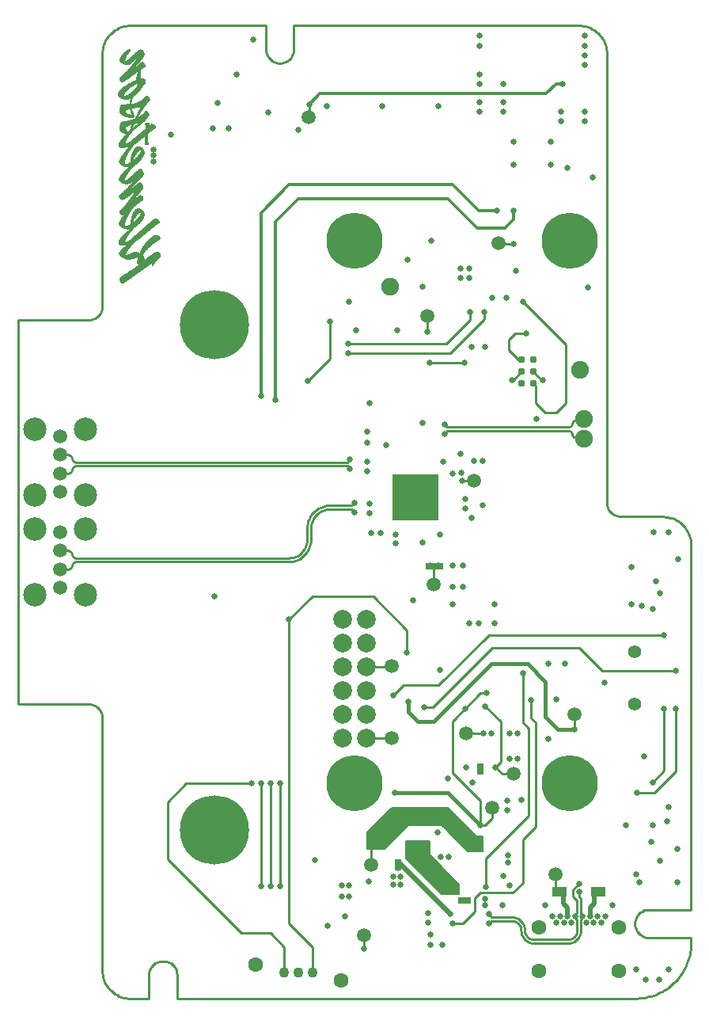
<source format=gbl>
%FSLAX24Y24*%
%MOIN*%
G70*
G01*
G75*
%ADD10C,0.0090*%
%ADD11R,0.1142X0.0157*%
%ADD12R,0.0650X0.1024*%
%ADD13R,0.0079X0.0236*%
%ADD14R,0.0354X0.0118*%
%ADD15R,0.0118X0.0354*%
%ADD16R,0.0118X0.0118*%
%ADD17R,0.0709X0.0709*%
%ADD18R,0.0197X0.0138*%
%ADD19R,0.1260X0.0701*%
%ADD20R,0.1063X0.0472*%
%ADD21R,0.0630X0.0709*%
%ADD22R,0.0709X0.0630*%
%ADD23R,0.0512X0.0591*%
%ADD24R,0.0591X0.0512*%
%ADD25R,0.0394X0.0433*%
%ADD26R,0.0315X0.0551*%
%ADD27R,0.0591X0.0276*%
%ADD28R,0.0276X0.0591*%
%ADD29R,0.0591X0.0394*%
%ADD30R,0.0630X0.0630*%
%ADD31R,0.0315X0.0630*%
%ADD32R,0.0630X0.0315*%
%ADD33C,0.0056*%
%ADD34R,0.0276X0.0118*%
%ADD35R,0.0118X0.0276*%
%ADD36R,0.0276X0.0098*%
%ADD37R,0.0315X0.0098*%
%ADD38R,0.0248X0.0177*%
%ADD39R,0.0748X0.0945*%
%ADD40R,0.0413X0.0236*%
%ADD41R,0.0384X0.0079*%
%ADD42C,0.0079*%
%ADD43R,0.0384X0.0236*%
%ADD44R,0.0039X0.0157*%
%ADD45R,0.0098X0.0581*%
%ADD46O,0.0098X0.0079*%
%ADD47C,0.0011*%
%ADD48R,0.0236X0.0192*%
%ADD49R,0.0074X0.0064*%
%ADD50C,0.0010*%
%ADD51R,0.0035X0.0044*%
%ADD52R,0.0079X0.0202*%
%ADD53R,0.0226X0.0079*%
%ADD54R,0.0044X0.0035*%
%ADD55R,0.0202X0.0079*%
%ADD56R,0.0079X0.0226*%
%ADD57R,0.0192X0.0236*%
%ADD58O,0.0079X0.0098*%
%ADD59R,0.0384X0.0098*%
%ADD60R,0.0064X0.0074*%
%ADD61R,0.0482X0.0079*%
%ADD62R,0.0315X0.0079*%
%ADD63R,0.0079X0.0315*%
%ADD64R,0.0236X0.0217*%
%ADD65R,0.0098X0.0039*%
%ADD66R,0.0354X0.0315*%
%ADD67R,0.0551X0.0315*%
%ADD68R,0.0551X0.0453*%
%ADD69R,0.0236X0.0413*%
%ADD70C,0.0394*%
%ADD71R,0.2016X0.2087*%
%ADD72R,0.0236X0.0276*%
%ADD73R,0.0276X0.0236*%
%ADD74R,0.0433X0.0394*%
%ADD75R,0.0236X0.0472*%
%ADD76R,0.0157X0.0098*%
%ADD77R,0.0079X0.0197*%
%ADD78R,0.0197X0.0079*%
%ADD79R,0.0098X0.0315*%
%ADD80R,0.1457X0.1457*%
%ADD81R,0.1311X0.2756*%
%ADD82R,0.0118X0.0472*%
%ADD83C,0.0100*%
%ADD84C,0.0150*%
%ADD85C,0.0140*%
%ADD86C,0.0170*%
%ADD87C,0.0120*%
%ADD88C,0.0079*%
%ADD89C,0.0110*%
%ADD90C,0.0630*%
%ADD91C,0.0098*%
%ADD92C,0.0070*%
%ADD93C,0.0512*%
%ADD94C,0.0230*%
%ADD95C,0.0236*%
%ADD96C,0.0060*%
%ADD97C,0.0010*%
%ADD98C,0.0118*%
%ADD99R,0.0394X0.1083*%
%ADD100R,0.1033X0.0640*%
%ADD101R,0.1102X0.1102*%
%ADD102R,0.1063X0.0354*%
%ADD103R,0.0748X0.0709*%
%ADD104R,0.0630X0.1339*%
%ADD105R,0.0630X0.1358*%
%ADD106R,0.1654X0.0709*%
%ADD107R,0.0866X0.1614*%
%ADD108R,0.0453X0.0906*%
%ADD109R,0.1594X0.0610*%
%ADD110R,0.0512X0.1516*%
%ADD111R,0.2736X0.0433*%
%ADD112R,0.0787X0.0748*%
%ADD113R,0.2264X0.0689*%
%ADD114R,0.0689X0.0906*%
%ADD115R,0.0236X0.0610*%
%ADD116R,0.0177X0.0315*%
%ADD117R,0.1161X0.0787*%
%ADD118R,0.0689X0.0098*%
%ADD119R,0.0394X0.0571*%
%ADD120R,0.0728X0.0098*%
%ADD121R,0.0768X0.0335*%
%ADD122R,0.0217X0.0689*%
%ADD123R,0.0866X0.0689*%
%ADD124R,0.1319X0.0827*%
%ADD125R,0.0591X0.0276*%
%ADD126R,0.0630X0.1299*%
%ADD127R,0.0531X0.0354*%
%ADD128R,0.0177X0.0748*%
%ADD129R,0.0492X0.0236*%
%ADD130R,0.0335X0.1063*%
%ADD131R,0.0886X0.0610*%
%ADD132R,0.0512X0.0768*%
%ADD133R,0.0807X0.0551*%
%ADD134R,0.1457X0.0492*%
%ADD135R,0.0817X0.1181*%
%ADD136R,0.1801X0.0945*%
%ADD137R,0.0707X0.0295*%
%ADD138R,0.1772X0.0640*%
%ADD139C,0.0787*%
%ADD140C,0.2362*%
%ADD141C,0.0748*%
%ADD142C,0.0591*%
%ADD143C,0.0984*%
%ADD144C,0.2913*%
%ADD145C,0.0433*%
%ADD146C,0.0630*%
%ADD147C,0.0551*%
%ADD148C,0.0256*%
%ADD149C,0.0260*%
%ADD150C,0.0230*%
%ADD151C,0.0500*%
%ADD152C,0.0550*%
%ADD153C,0.0250*%
%ADD154C,0.0180*%
%ADD155C,0.0400*%
%ADD156C,0.0450*%
%ADD157C,0.0095*%
%ADD158C,0.0310*%
%ADD159C,0.0200*%
%ADD160C,0.0197*%
%ADD161R,0.0276X0.0512*%
%ADD162R,0.0738X0.0315*%
%ADD163R,0.0571X0.0315*%
%ADD164R,0.0276X0.0512*%
%ADD165R,0.1969X0.1929*%
%ADD166R,0.0640X0.0394*%
D10*
X414883Y396576D02*
X414870Y396678D01*
X414830Y396773D01*
X414768Y396854D01*
X414686Y396917D01*
X414591Y396956D01*
X414489Y396970D01*
X415038Y396576D02*
X415052Y396474D01*
X415091Y396379D01*
X415153Y396298D01*
X415235Y396235D01*
X415330Y396196D01*
X415432Y396182D01*
X415038Y396576D02*
X415030Y396671D01*
X415005Y396764D01*
X414965Y396850D01*
X414910Y396929D01*
X414842Y396996D01*
X414764Y397051D01*
X414677Y397092D01*
X414585Y397116D01*
X414489Y397125D01*
X416852Y396182D02*
X416954Y396196D01*
X417048Y396235D01*
X417130Y396298D01*
X417193Y396379D01*
X417232Y396474D01*
X417245Y396576D01*
X414883Y396576D02*
X414891Y396481D01*
X414916Y396388D01*
X414957Y396302D01*
X415012Y396223D01*
X415079Y396156D01*
X415157Y396101D01*
X415244Y396060D01*
X415337Y396036D01*
X415432Y396027D01*
X416852Y396027D02*
X416947Y396036D01*
X417039Y396060D01*
X417126Y396101D01*
X417204Y396156D01*
X417272Y396223D01*
X417327Y396302D01*
X417367Y396388D01*
X417392Y396481D01*
X417400Y396576D01*
X411161Y405945D02*
X413681Y408465D01*
X417323D01*
X418307Y407480D01*
X421407D01*
X411417Y406890D02*
X413533Y409006D01*
X420905D01*
X416339Y398179D02*
Y398917D01*
X414961Y398573D02*
Y400394D01*
X415502Y400935D01*
X410817Y405945D02*
X411161D01*
X409498Y406447D02*
X409941Y406890D01*
X411417D01*
X417126Y405020D02*
Y405659D01*
X419783Y402362D02*
X420522D01*
X421407Y403248D01*
Y405905D01*
X413189Y398150D02*
X414537D01*
X413189Y406545D02*
X413435D01*
X412559Y404862D02*
X413307D01*
X414035Y403642D02*
Y405354D01*
X413386Y406004D02*
X414035Y405354D01*
X410089Y408268D02*
Y409203D01*
X408661Y410630D02*
X410089Y409203D01*
X414961Y405315D02*
X415217Y405059D01*
X414961Y405315D02*
Y407382D01*
X405118Y396850D02*
X406102Y395866D01*
Y394783D02*
Y395866D01*
X404724Y402756D02*
X404724Y398425D01*
X404331D02*
Y402756D01*
X403937Y398425D02*
Y402756D01*
X404921Y394783D02*
Y395866D01*
X408374Y404673D02*
X409447D01*
X408374Y407673D02*
X409346D01*
X412402Y415502D02*
X412894D01*
X411890Y420866D02*
X413327Y422303D01*
Y422598D01*
X407598Y420866D02*
X411890D01*
X411752Y421260D02*
X412736Y422244D01*
Y422598D01*
X407598Y421260D02*
X411752Y421260D01*
X412953Y397913D02*
X413189Y398150D01*
X408563Y399311D02*
Y400146D01*
X415305Y405512D02*
X415512Y405305D01*
X413819Y403425D02*
X414035Y403642D01*
X408268Y395787D02*
Y396358D01*
X414518Y419734D02*
X414563D01*
X414907Y420079D01*
X415752Y419734D02*
X415797D01*
X415407Y420079D02*
X415752Y419734D01*
X415407Y419579D02*
X415411D01*
X415502Y419488D01*
Y418750D02*
Y419488D01*
Y418750D02*
X415896Y418356D01*
X416388D01*
X416782Y418750D01*
Y421211D01*
X414961Y423032D02*
X416782Y421211D01*
X414646Y421693D02*
X415118D01*
X414370Y421417D02*
X414646Y421693D01*
X414370Y420984D02*
Y421417D01*
Y420984D02*
X414776Y420579D01*
X414907D01*
X413947Y425472D02*
X414567D01*
X410945Y421772D02*
Y422411D01*
X411024Y420472D02*
X412520D01*
X405118Y396850D02*
Y409646D01*
X406102Y410630D02*
X408661D01*
X405118Y409646D02*
X406102Y410630D01*
X412008Y403189D02*
X413189Y402008D01*
X412008Y403189D02*
Y405364D01*
X413189Y400984D02*
Y402008D01*
X406841Y420620D02*
Y422195D01*
X405905Y419685D02*
X406841Y420620D01*
X400787Y402756D02*
X403543D01*
X400000Y401968D02*
X400787Y402756D01*
X400000Y399567D02*
Y401968D01*
X404331Y396457D02*
X404921Y395866D01*
X403110Y396457D02*
X404331D01*
X400000Y399567D02*
X403110Y396457D01*
X415305Y405512D02*
Y406250D01*
X414095Y403150D02*
X414567D01*
X413819Y403425D02*
X414095Y403150D01*
X411220Y411122D02*
Y411900D01*
X413533Y396850D02*
X413653Y396970D01*
X413533Y397244D02*
X413653Y397125D01*
Y396970D02*
X414489D01*
X417400Y397026D02*
X417470Y397096D01*
X417400Y396576D02*
Y397026D01*
X417175Y397096D02*
X417245Y397026D01*
Y396576D02*
Y397026D01*
X417400Y397289D02*
X417470Y397219D01*
X417175D02*
X417245Y397289D01*
X417323Y397982D02*
X417400Y397905D01*
X417323Y397982D02*
Y398179D01*
X417400Y397289D02*
Y397905D01*
X417077Y397982D02*
X417245Y397814D01*
X417077Y397982D02*
Y398278D01*
X417323Y398524D01*
X417245Y397289D02*
Y397814D01*
X415432Y396182D02*
X416852D01*
X413653Y397125D02*
X414489D01*
X415432Y396027D02*
X416852Y396027D01*
X412008Y396850D02*
X412451D01*
X412953Y397352D01*
Y397913D01*
X415217Y401388D02*
Y405059D01*
X413405Y399577D02*
X415217Y401388D01*
X413405Y398405D02*
Y399577D01*
X415502Y400935D02*
X415512Y405305D01*
X414537Y398150D02*
X414961Y398573D01*
X413681Y401280D02*
Y401722D01*
X413386Y400984D02*
X413681Y401280D01*
X413189Y400984D02*
X413386D01*
X412008Y405364D02*
X413189Y406545D01*
X405965Y430817D02*
Y431339D01*
X420905Y403287D02*
Y405905D01*
X420423Y402805D02*
X420905Y403287D01*
X420276Y397441D02*
X422047Y397441D01*
X420276Y396260D02*
X422047Y396260D01*
X419095Y413976D02*
X420866D01*
X400394Y393701D02*
Y394685D01*
X399213Y393701D02*
Y394685D01*
X398425Y393701D02*
X399213D01*
X404134Y433661D02*
Y434646D01*
X405315Y433661D02*
Y434646D01*
D83*
X420276Y397441D02*
X420178Y397433D01*
X420084Y397409D01*
X419995Y397370D01*
X419913Y397316D01*
X419841Y397250D01*
X419781Y397173D01*
X419735Y397088D01*
X419703Y396995D01*
X419687Y396899D01*
Y396802D01*
X419703Y396705D01*
X419735Y396613D01*
X419781Y396527D01*
X419841Y396450D01*
X419913Y396384D01*
X419995Y396331D01*
X420084Y396292D01*
X420178Y396268D01*
X420276Y396260D01*
X422047Y412795D02*
X422043Y412893D01*
X422031Y412990D01*
X422011Y413085D01*
X421983Y413179D01*
X421948Y413270D01*
X421905Y413357D01*
X421855Y413441D01*
X421798Y413521D01*
X421735Y413595D01*
X421666Y413664D01*
X421592Y413727D01*
X421512Y413784D01*
X421428Y413834D01*
X421341Y413877D01*
X421250Y413912D01*
X421156Y413940D01*
X421061Y413960D01*
X420964Y413972D01*
X420866Y413976D01*
X397244Y394882D02*
X397248Y394784D01*
X397260Y394688D01*
X397280Y394592D01*
X397308Y394498D01*
X397344Y394407D01*
X397386Y394320D01*
X397436Y394236D01*
X397493Y394156D01*
X397556Y394082D01*
X397625Y394013D01*
X397700Y393950D01*
X397779Y393893D01*
X397863Y393843D01*
X397951Y393800D01*
X398042Y393765D01*
X398135Y393737D01*
X398231Y393717D01*
X398328Y393705D01*
X398425Y393701D01*
Y434646D02*
X398328Y434642D01*
X398231Y434630D01*
X398135Y434610D01*
X398042Y434582D01*
X397951Y434546D01*
X397863Y434503D01*
X397779Y434453D01*
X397700Y434397D01*
X397625Y434334D01*
X397556Y434264D01*
X397493Y434190D01*
X397436Y434111D01*
X397386Y434027D01*
X397344Y433939D01*
X397308Y433848D01*
X397280Y433755D01*
X397260Y433659D01*
X397248Y433562D01*
X397244Y433465D01*
X396654Y422244D02*
X396756Y422253D01*
X396856Y422280D01*
X396949Y422323D01*
X397033Y422382D01*
X397106Y422455D01*
X397165Y422539D01*
X397208Y422633D01*
X397235Y422732D01*
X397244Y422835D01*
Y405512D02*
X397235Y405614D01*
X397208Y405714D01*
X397165Y405807D01*
X397106Y405891D01*
X397033Y405964D01*
X396949Y406023D01*
X396856Y406067D01*
X396756Y406093D01*
X396654Y406102D01*
X419685Y393701D02*
X419785Y393703D01*
X419885Y393709D01*
X419985Y393720D01*
X420084Y393735D01*
X420183Y393754D01*
X420280Y393777D01*
X420377Y393804D01*
X420472Y393836D01*
X420566Y393871D01*
X420658Y393910D01*
X420749Y393954D01*
X420837Y394001D01*
X420924Y394052D01*
X421008Y394106D01*
X421090Y394164D01*
X421169Y394225D01*
X421246Y394290D01*
X421320Y394358D01*
X421390Y394428D01*
X421458Y394502D01*
X421523Y394579D01*
X421584Y394658D01*
X421642Y394740D01*
X421697Y394824D01*
X421747Y394911D01*
X421794Y395000D01*
X421838Y395090D01*
X421877Y395182D01*
X421912Y395276D01*
X421944Y395371D01*
X421971Y395468D01*
X421994Y395565D01*
X422013Y395664D01*
X422028Y395763D01*
X422039Y395863D01*
X422045Y395963D01*
X422047Y396063D01*
X418504Y433465D02*
X418500Y433562D01*
X418488Y433659D01*
X418468Y433755D01*
X418440Y433848D01*
X418404Y433939D01*
X418362Y434027D01*
X418312Y434111D01*
X418255Y434190D01*
X418192Y434264D01*
X418123Y434334D01*
X418048Y434397D01*
X417969Y434453D01*
X417885Y434503D01*
X417797Y434546D01*
X417706Y434582D01*
X417613Y434610D01*
X417517Y434630D01*
X417420Y434642D01*
X417323Y434646D01*
X418504Y414567D02*
X418513Y414464D01*
X418540Y414365D01*
X418583Y414272D01*
X418642Y414187D01*
X418715Y414115D01*
X418799Y414055D01*
X418893Y414012D01*
X418992Y413985D01*
X419095Y413976D01*
X400394Y394685D02*
X400386Y394782D01*
X400362Y394877D01*
X400323Y394966D01*
X400269Y395048D01*
X400203Y395120D01*
X400126Y395179D01*
X400040Y395226D01*
X399948Y395258D01*
X399852Y395274D01*
X399754D01*
X399658Y395258D01*
X399566Y395226D01*
X399480Y395179D01*
X399403Y395120D01*
X399337Y395048D01*
X399284Y394966D01*
X399245Y394877D01*
X399221Y394782D01*
X399213Y394685D01*
X404134Y433661D02*
X404142Y433564D01*
X404166Y433470D01*
X404205Y433380D01*
X404258Y433299D01*
X404324Y433227D01*
X404401Y433167D01*
X404487Y433121D01*
X404579Y433089D01*
X404676Y433073D01*
X404773D01*
X404869Y433089D01*
X404962Y433121D01*
X405047Y433167D01*
X405124Y433227D01*
X405190Y433299D01*
X405244Y433380D01*
X405283Y433470D01*
X405307Y433564D01*
X405315Y433661D01*
X422047Y396063D02*
Y396260D01*
X418504Y414567D02*
Y433465D01*
X393701Y422244D02*
X393701Y406102D01*
X405315Y434646D02*
X417323Y434646D01*
X397244Y422835D02*
Y433465D01*
X393701Y422244D02*
X396654D01*
X400394Y393701D02*
X419685Y393701D01*
X397244Y394882D02*
Y405512D01*
X393701Y406102D02*
X396654D01*
X422047Y397441D02*
Y412795D01*
X398425Y434646D02*
X404134D01*
D84*
X416437Y405020D02*
X417126D01*
X415896Y405561D02*
X416437Y405020D01*
X415896Y405561D02*
Y407037D01*
X415157Y407776D02*
X415896Y407037D01*
X413632Y407776D02*
X415157D01*
X411220Y405364D02*
X413632Y407776D01*
X410532Y405364D02*
X411220D01*
X410138Y405758D02*
X410532Y405364D01*
X410138Y405758D02*
Y406201D01*
X409567Y402362D02*
X411811D01*
X413189Y400984D01*
D87*
X405512Y427362D02*
X406693D01*
X404528Y426378D02*
X405512Y427362D01*
X404528Y418898D02*
Y426378D01*
X405118Y427953D02*
X406575D01*
X403937Y426772D02*
X405118Y427953D01*
X403937Y419055D02*
Y426772D01*
X406693Y431791D02*
X415945Y431791D01*
X413091Y426870D02*
X413878D01*
X414567Y426476D02*
Y426870D01*
X414222Y426132D02*
X414567Y426476D01*
X413041Y426132D02*
X414222D01*
X411811Y427362D02*
X413041Y426132D01*
X406693Y427362D02*
X411811D01*
X415945Y431791D02*
X416358Y432205D01*
X416634D01*
X406575Y427953D02*
X412008D01*
X413091Y426870D01*
X406417Y431791D02*
X406693D01*
X405965Y431339D02*
X406417Y431791D01*
D96*
X410847Y398798D02*
X411418Y399369D01*
X410890Y398756D02*
X411461Y399327D01*
X410869Y398777D02*
X411439Y399348D01*
X411024Y399764D02*
X412283Y398504D01*
X410911Y398735D02*
X411482Y399305D01*
X410784Y398862D02*
X411355Y399433D01*
X410805Y398841D02*
X411376Y399412D01*
X410763Y398883D02*
X411333Y399454D01*
X410826Y398820D02*
X411397Y399390D01*
X410784Y398862D02*
X411355Y399433D01*
X411059Y398586D02*
X411630Y399157D01*
X411081Y398565D02*
X411652Y399136D01*
X411038Y398607D02*
X411609Y399178D01*
X411123Y398523D02*
X411694Y399093D01*
X411102Y398544D02*
X411673Y399115D01*
X410975Y398671D02*
X411546Y399242D01*
X410953Y398692D02*
X411524Y399263D01*
X410932Y398713D02*
X411503Y399284D01*
X411017Y398629D02*
X411588Y399199D01*
X410996Y398650D02*
X411567Y399221D01*
X410986Y400335D02*
X411024Y400297D01*
X410943Y400335D02*
X411024Y400254D01*
X410901Y400335D02*
X411024Y400212D01*
X410858Y400335D02*
X411024Y400169D01*
X410816Y400335D02*
X411024Y400127D01*
X410773Y400335D02*
X411024Y400084D01*
X410731Y400335D02*
X411024Y400042D01*
X410689Y400335D02*
X411024Y400000D01*
X410646Y400335D02*
X411024Y399957D01*
X410604Y400335D02*
X411024Y399915D01*
X410656Y398989D02*
X411227Y399560D01*
X410699Y398947D02*
X411270Y399518D01*
X411024Y399764D02*
Y400335D01*
X410741Y398904D02*
X411312Y399475D01*
X410720Y398926D02*
X411291Y399496D01*
X410614Y399032D02*
X411185Y399603D01*
X410593Y399053D02*
X411164Y399624D01*
X410678Y398968D02*
X411249Y399539D01*
X410635Y399010D02*
X411206Y399581D01*
X412283Y398091D02*
Y398504D01*
X411879Y398091D02*
X412283Y398495D01*
X411837Y398091D02*
X412267Y398521D01*
X411794Y398091D02*
X412246Y398542D01*
X411752Y398091D02*
X412224Y398563D01*
X411667Y398091D02*
X412182Y398605D01*
X411709Y398091D02*
X412203Y398584D01*
X411625Y398091D02*
X412161Y398627D01*
X411582Y398091D02*
X412139Y398648D01*
X411547Y398098D02*
X412118Y398669D01*
X412219Y398091D02*
X412283Y398155D01*
X412261Y398091D02*
X412283Y398113D01*
X412176Y398091D02*
X412283Y398198D01*
X412134Y398091D02*
X412283Y398240D01*
X412091Y398091D02*
X412283Y398283D01*
X412006Y398091D02*
X412283Y398368D01*
X412049Y398091D02*
X412283Y398325D01*
X411964Y398091D02*
X412283Y398410D01*
X411922Y398091D02*
X412283Y398452D01*
X411555Y398091D02*
X412283D01*
X411272Y398374D02*
X411842Y398945D01*
X411293Y398353D02*
X411864Y398924D01*
X411250Y398395D02*
X411821Y398966D01*
X411335Y398310D02*
X411906Y398881D01*
X411314Y398332D02*
X411885Y398902D01*
X411187Y398459D02*
X411758Y399030D01*
X411166Y398480D02*
X411736Y399051D01*
X411144Y398501D02*
X411715Y399072D01*
X411229Y398416D02*
X411800Y398987D01*
X411208Y398438D02*
X411779Y399009D01*
X411463Y398183D02*
X412033Y398754D01*
X411505Y398141D02*
X412076Y398712D01*
X411420Y398226D02*
X411991Y398796D01*
X411526Y398119D02*
X412097Y398690D01*
X411484Y398162D02*
X412055Y398733D01*
X411378Y398268D02*
X411949Y398839D01*
X411357Y398289D02*
X411927Y398860D01*
X411441Y398204D02*
X412012Y398775D01*
X411399Y398247D02*
X411970Y398818D01*
X410561Y400335D02*
X411024Y399872D01*
X410519Y400335D02*
X411024Y399830D01*
X410476Y400335D02*
X411024Y399787D01*
X410169Y399477D02*
X411024Y400332D01*
X410147Y399498D02*
X410984Y400335D01*
X410039D02*
X411024D01*
X410084Y399562D02*
X410856Y400335D01*
X410062Y399583D02*
X410814Y400335D01*
X410126Y399520D02*
X410941Y400335D01*
X410105Y399541D02*
X410899Y400335D01*
X410253Y399392D02*
X411024Y400162D01*
X410317Y399329D02*
X411024Y400035D01*
X410296Y399350D02*
X411024Y400078D01*
X410338Y399307D02*
X411024Y399993D01*
X410359Y399286D02*
X411024Y399950D01*
X410190Y399456D02*
X411024Y400290D01*
X410211Y399435D02*
X411024Y400247D01*
X410041Y399604D02*
X410772Y400335D01*
X410232Y399413D02*
X411024Y400205D01*
X410275Y399371D02*
X411024Y400120D01*
X410039Y399730D02*
X410644Y400335D01*
X410039Y399772D02*
X410602Y400335D01*
X410039Y399815D02*
X410559Y400335D01*
X410039Y399645D02*
X410729Y400335D01*
X410039Y399687D02*
X410687Y400335D01*
X410039Y399942D02*
X410432Y400335D01*
X410039Y399984D02*
X410390Y400335D01*
X410039Y400027D02*
X410347Y400335D01*
X410039Y399857D02*
X410517Y400335D01*
X410039Y399899D02*
X410475Y400335D01*
X410039Y400154D02*
X410220Y400335D01*
X410039Y400196D02*
X410178Y400335D01*
X410039Y400239D02*
X410135Y400335D01*
X410039Y400069D02*
X410305Y400335D01*
X410039Y400112D02*
X410262Y400335D01*
X410039Y400281D02*
X410093Y400335D01*
X410039Y400324D02*
X410050Y400335D01*
X410039Y400197D02*
Y400335D01*
Y399606D02*
Y400197D01*
X410434Y400335D02*
X412283Y398485D01*
X410392Y400335D02*
X412283Y398443D01*
X410349Y400335D02*
X412283Y398400D01*
X410307Y400335D02*
X412283Y398358D01*
X410264Y400335D02*
X412283Y398315D01*
X410222Y400335D02*
X412283Y398273D01*
X410179Y400335D02*
X412283Y398231D01*
X410137Y400335D02*
X412283Y398188D01*
X410095Y400335D02*
X412283Y398146D01*
X410052Y400335D02*
X412283Y398103D01*
X410052Y400335D02*
X412283Y398103D01*
X410039Y400305D02*
X412254Y398091D01*
X410039Y400263D02*
X412211Y398091D01*
X410039Y400220D02*
X412169Y398091D01*
X410039Y400178D02*
X412127Y398091D01*
X410039Y400135D02*
X412084Y398091D01*
X410039Y400093D02*
X412042Y398091D01*
X410039Y400050D02*
X411999Y398091D01*
X410039Y400008D02*
X411957Y398091D01*
X410039Y399966D02*
X411914Y398091D01*
X410381Y399265D02*
X411024Y399908D01*
X410402Y399244D02*
X411024Y399865D01*
X410423Y399223D02*
X411024Y399823D01*
X410487Y399159D02*
X411058Y399730D01*
X410444Y399201D02*
X411024Y399781D01*
X410039Y399923D02*
X411872Y398091D01*
X410039Y399881D02*
X411830Y398091D01*
X410039Y399838D02*
X411787Y398091D01*
X410039Y399796D02*
X411745Y398091D01*
X410039Y399753D02*
X411702Y398091D01*
X410508Y399138D02*
X411079Y399709D01*
X410529Y399116D02*
X411100Y399687D01*
X410466Y399180D02*
X411036Y399751D01*
X410572Y399074D02*
X411142Y399645D01*
X410550Y399095D02*
X411121Y399666D01*
X410039Y399711D02*
X411660Y398091D01*
X410039Y399669D02*
X411617Y398091D01*
X410039Y399626D02*
X411575Y398091D01*
X410039Y399606D02*
X411555Y398091D01*
X411811Y400738D02*
X412303Y401230D01*
X411790Y400759D02*
X412282Y401251D01*
X411832Y400717D02*
X412325Y401209D01*
X411726Y400823D02*
X412219Y401315D01*
X411769Y400780D02*
X412261Y401273D01*
X411811Y401722D02*
X412992Y400541D01*
X411875Y400674D02*
X412367Y401166D01*
X411854Y400696D02*
X412346Y401188D01*
X411896Y400653D02*
X412388Y401145D01*
X411599Y400950D02*
X412091Y401442D01*
X411620Y400929D02*
X412112Y401421D01*
X411663Y400886D02*
X412155Y401379D01*
X411548Y400984D02*
X412049Y401485D01*
X411578Y400971D02*
X412070Y401463D01*
X411705Y400844D02*
X412197Y401336D01*
X411748Y400802D02*
X412240Y401294D01*
X411642Y400908D02*
X412134Y401400D01*
X411684Y400865D02*
X412176Y401357D01*
X413240Y400541D02*
X413287Y400494D01*
X412992Y400541D02*
X413287D01*
X413197D02*
X413287Y400451D01*
X412087Y400462D02*
X412579Y400954D01*
X412108Y400441D02*
X412600Y400933D01*
X413155Y400541D02*
X413287Y400409D01*
X413112Y400541D02*
X413287Y400366D01*
X412151Y400399D02*
X412643Y400891D01*
X412129Y400420D02*
X412622Y400912D01*
X411960Y400589D02*
X412452Y401082D01*
X411981Y400568D02*
X412473Y401060D01*
X411939Y400611D02*
X412431Y401103D01*
X411917Y400632D02*
X412409Y401124D01*
X412023Y400526D02*
X412515Y401018D01*
X412066Y400483D02*
X412558Y400976D01*
X412002Y400547D02*
X412494Y401039D01*
X412045Y400505D02*
X412537Y400997D01*
X411082Y400984D02*
X411815Y401718D01*
X411039Y400984D02*
X411777Y401722D01*
X410997Y400984D02*
X411735Y401722D01*
X410954Y400984D02*
X411693Y401722D01*
X410912Y400984D02*
X411650Y401722D01*
X410870Y400984D02*
X411608Y401722D01*
X410827Y400984D02*
X411565Y401722D01*
X410785Y400984D02*
X411523Y401722D01*
X410786D02*
X411524Y400984D01*
X410742D02*
X411480Y401722D01*
X410743D02*
X411481Y400984D01*
X410700D02*
X411438Y401722D01*
X410701D02*
X411439Y400984D01*
X410657D02*
X411396Y401722D01*
X410658D02*
X411397Y400984D01*
X410615D02*
X411353Y401722D01*
X410616D02*
X411354Y400984D01*
X411464D02*
X412006Y401527D01*
X411421Y400984D02*
X411985Y401548D01*
X411506Y400984D02*
X412028Y401506D01*
X411336Y400984D02*
X411943Y401591D01*
X411379Y400984D02*
X411964Y401570D01*
X411251Y400984D02*
X411900Y401633D01*
X411294Y400984D02*
X411922Y401612D01*
X411209Y400984D02*
X411879Y401654D01*
X411167Y400984D02*
X411858Y401676D01*
X410573Y400984D02*
X411311Y401722D01*
X411124Y400984D02*
X411837Y401697D01*
X410574Y401722D02*
X411312Y400984D01*
X410530D02*
X411268Y401722D01*
X410531D02*
X411269Y400984D01*
X410488D02*
X411226Y401722D01*
X410489D02*
X411227Y400984D01*
X410445D02*
X411184Y401722D01*
X413070Y400541D02*
X413287Y400324D01*
X411804Y401722D02*
X413287Y400239D01*
X413027Y400541D02*
X413287Y400281D01*
X411761Y401722D02*
X413287Y400197D01*
X411719Y401722D02*
X413287Y400154D01*
X411677Y401722D02*
X413287Y400112D01*
Y399902D02*
Y400541D01*
X412639Y399911D02*
X413269Y400541D01*
X412617Y399932D02*
X413227Y400541D01*
X411634Y401722D02*
X413287Y400069D01*
X411592Y401722D02*
X413287Y400027D01*
X411549Y401722D02*
X413287Y399984D01*
X411507Y401722D02*
X413287Y399942D01*
X411464Y401722D02*
X413285Y399902D01*
X411465Y401722D02*
X413285Y399902D01*
X411422Y401722D02*
X413243Y399902D01*
X411380Y401722D02*
X413200Y399902D01*
X413223D02*
X413287Y399966D01*
X413181Y399902D02*
X413287Y400008D01*
X413266Y399902D02*
X413287Y399923D01*
X413096Y399902D02*
X413287Y400093D01*
X413139Y399902D02*
X413287Y400050D01*
X413011Y399902D02*
X413287Y400178D01*
X413054Y399902D02*
X413287Y400135D01*
X412926Y399902D02*
X413287Y400263D01*
X412969Y399902D02*
X413287Y400220D01*
X412842Y399902D02*
X413287Y400347D01*
X412884Y399902D02*
X413287Y400305D01*
X412596Y399953D02*
X413184Y400541D01*
X412799Y399902D02*
X413287Y400390D01*
X412714Y399902D02*
X413287Y400475D01*
X412757Y399902D02*
X413287Y400432D01*
X412672Y399902D02*
X413287Y400517D01*
X412648Y399902D02*
X413287D01*
X412214Y400335D02*
X412706Y400827D01*
X411337Y401722D02*
X413158Y399902D01*
X412193Y400356D02*
X412685Y400848D01*
X411565Y400984D02*
X412648Y399902D01*
X412172Y400377D02*
X412664Y400869D01*
X411295Y401722D02*
X413116Y399902D01*
X411252Y401722D02*
X413073Y399902D01*
X411210Y401722D02*
X413031Y399902D01*
X411167Y401722D02*
X412988Y399902D01*
X411125Y401722D02*
X412946Y399902D01*
X411083Y401722D02*
X412903Y399902D01*
X411040Y401722D02*
X412861Y399902D01*
X410998Y401722D02*
X412819Y399902D01*
X410955Y401722D02*
X412776Y399902D01*
X410913Y401722D02*
X412734Y399902D01*
X410870Y401722D02*
X412691Y399902D01*
X410828Y401722D02*
X412649Y399902D01*
X412490Y400059D02*
X412982Y400551D01*
X412448Y400102D02*
X412940Y400594D01*
X412469Y400080D02*
X412961Y400572D01*
X412426Y400123D02*
X412919Y400615D01*
X412405Y400144D02*
X412897Y400636D01*
X412575Y399974D02*
X413142Y400541D01*
X412554Y399996D02*
X413100Y400541D01*
X412532Y400017D02*
X413057Y400541D01*
X412511Y400038D02*
X413015Y400541D01*
X412278Y400271D02*
X412770Y400763D01*
X412299Y400250D02*
X412791Y400742D01*
X412235Y400314D02*
X412728Y400806D01*
X412257Y400293D02*
X412749Y400785D01*
X412363Y400186D02*
X412855Y400679D01*
X412384Y400165D02*
X412876Y400657D01*
X412320Y400229D02*
X412812Y400721D01*
X412342Y400208D02*
X412834Y400700D01*
X410446Y401722D02*
X411184Y400984D01*
X410403D02*
X411141Y401722D01*
X410404D02*
X411142Y400984D01*
X410360D02*
X411099Y401722D01*
X410361D02*
X411100Y400984D01*
X410318D02*
X411056Y401722D01*
X410319D02*
X411057Y400984D01*
X410276D02*
X411014Y401722D01*
X410277D02*
X411015Y400984D01*
X409449Y401722D02*
X411811D01*
X410233Y400984D02*
X410971Y401722D01*
X410234D02*
X410972Y400984D01*
X410191D02*
X410929Y401722D01*
X410192D02*
X410930Y400984D01*
X410148D02*
X410887Y401722D01*
X410149D02*
X410887Y400984D01*
X410107Y401722D02*
X410845Y400984D01*
X410064Y401722D02*
X410803Y400984D01*
X410022Y401722D02*
X410760Y400984D01*
X410138D02*
X411565D01*
X409980Y401722D02*
X410718Y400984D01*
X409937Y401722D02*
X410675Y400984D01*
X409895Y401722D02*
X410633Y400984D01*
X409852Y401722D02*
X410590Y400984D01*
X409810Y401722D02*
X410548Y400984D01*
X409767Y401722D02*
X410506Y400984D01*
X409725Y401722D02*
X410463Y400984D01*
X409683Y401722D02*
X410421Y400984D01*
X409640Y401722D02*
X410378Y400984D01*
X409598Y401722D02*
X410336Y400984D01*
X409555Y401722D02*
X410293Y400984D01*
X409513Y401722D02*
X410251Y400984D01*
X409470Y401722D02*
X410209Y400984D01*
X409438Y401712D02*
X410166Y400984D01*
X409417Y401691D02*
X410131Y400977D01*
X409396Y401670D02*
X410110Y400956D01*
X409375Y401648D02*
X410088Y400935D01*
X409354Y401627D02*
X410067Y400914D01*
X409332Y401606D02*
X410046Y400892D01*
X409311Y401585D02*
X410025Y400871D01*
X409290Y401564D02*
X410004Y400850D01*
X409269Y401542D02*
X409982Y400829D01*
X409247Y401521D02*
X409961Y400808D01*
X408415Y400609D02*
X409529Y401722D01*
X409226Y401500D02*
X409940Y400786D01*
X408415Y400651D02*
X409486Y401722D01*
X408415Y400689D02*
X409449Y401722D01*
X408415Y400439D02*
X409699Y401722D01*
X408415Y400482D02*
X409656Y401722D01*
X408415Y400524D02*
X409614Y401722D01*
X408415Y400566D02*
X409571Y401722D01*
X409205Y401479D02*
X409919Y400765D01*
X409184Y401457D02*
X409897Y400744D01*
X409163Y401436D02*
X409876Y400723D01*
X409141Y401415D02*
X409855Y400701D01*
X409120Y401394D02*
X409834Y400680D01*
X409099Y401373D02*
X409813Y400659D01*
X409078Y401351D02*
X409791Y400638D01*
X409057Y401330D02*
X409770Y400617D01*
X409035Y401309D02*
X409749Y400595D01*
X409014Y401288D02*
X409728Y400574D01*
X408993Y401267D02*
X409707Y400553D01*
X408972Y401245D02*
X409685Y400532D01*
X408951Y401224D02*
X409664Y400511D01*
X408929Y401203D02*
X409643Y400489D01*
X408908Y401182D02*
X409622Y400468D01*
X408887Y401161D02*
X409600Y400447D01*
X408866Y401139D02*
X409579Y400426D01*
X409122Y400000D02*
X410844Y401722D01*
X409079Y400000D02*
X410802Y401722D01*
X409037Y400000D02*
X410759Y401722D01*
X408994Y400000D02*
X410717Y401722D01*
X408952Y400000D02*
X410674Y401722D01*
X408910Y400000D02*
X410632Y401722D01*
X408867Y400000D02*
X410590Y401722D01*
X408825Y400000D02*
X410547Y401722D01*
X408782Y400000D02*
X410505Y401722D01*
X408740Y400000D02*
X410462Y401722D01*
X408697Y400000D02*
X410420Y401722D01*
X408655Y400000D02*
X410377Y401722D01*
X408613Y400000D02*
X410335Y401722D01*
X408570Y400000D02*
X410293Y401722D01*
X408528Y400000D02*
X410250Y401722D01*
X408528Y400000D02*
X410250Y401722D01*
X408485Y400000D02*
X410208Y401722D01*
X408844Y401118D02*
X409558Y400404D01*
X408823Y401097D02*
X409537Y400383D01*
X408802Y401076D02*
X409516Y400362D01*
X408781Y401054D02*
X409494Y400341D01*
X408760Y401033D02*
X409473Y400320D01*
X408443Y400000D02*
X410165Y401722D01*
X409154Y400000D02*
X410138Y400984D01*
X408415Y400015D02*
X410123Y401722D01*
X408415Y400057D02*
X410080Y401722D01*
X408415Y400269D02*
X409868Y401722D01*
X408415Y400312D02*
X409826Y401722D01*
X408415Y400354D02*
X409783Y401722D01*
X408415Y400397D02*
X409741Y401722D01*
X408415Y400100D02*
X410038Y401722D01*
X408415Y400142D02*
X409996Y401722D01*
X408415Y400185D02*
X409953Y401722D01*
X408415Y400227D02*
X409911Y401722D01*
X408738Y401012D02*
X409452Y400298D01*
X408717Y400991D02*
X409431Y400277D01*
X408696Y400970D02*
X409410Y400256D01*
X408675Y400948D02*
X409388Y400235D01*
X408654Y400927D02*
X409367Y400214D01*
X408632Y400906D02*
X409346Y400192D01*
X408611Y400885D02*
X409325Y400171D01*
X408590Y400863D02*
X409303Y400150D01*
X408569Y400842D02*
X409282Y400129D01*
X408547Y400821D02*
X409261Y400107D01*
X408526Y400800D02*
X409240Y400086D01*
X408505Y400779D02*
X409219Y400065D01*
X408484Y400757D02*
X409197Y400044D01*
X408463Y400736D02*
X409176Y400023D01*
X408441Y400715D02*
X409155Y400001D01*
X408420Y400694D02*
X409114Y400000D01*
X408415D02*
Y400689D01*
Y400656D02*
X409072Y400000D01*
X408415Y400614D02*
X409029Y400000D01*
X408415Y400571D02*
X408987Y400000D01*
X408415Y400529D02*
X408944Y400000D01*
X408415Y400487D02*
X408902Y400000D01*
X408415Y400444D02*
X408859Y400000D01*
X408415Y400402D02*
X408817Y400000D01*
X408415Y400359D02*
X408775Y400000D01*
X408415Y400317D02*
X408732Y400000D01*
X408415Y400274D02*
X408690Y400000D01*
X408415Y400232D02*
X408647Y400000D01*
X408415Y400190D02*
X408605Y400000D01*
X408415Y400147D02*
X408562Y400000D01*
X408415Y400105D02*
X408520Y400000D01*
X408415D02*
X409154D01*
X408415Y400062D02*
X408478Y400000D01*
X408415Y400020D02*
X408435Y400000D01*
D97*
X397904Y431729D02*
Y431819D01*
X397914Y431709D02*
Y431839D01*
X397924Y431699D02*
Y431849D01*
Y429609D02*
Y429649D01*
Y425509D02*
Y425529D01*
X397934Y431689D02*
Y431869D01*
Y429589D02*
Y429669D01*
Y425479D02*
Y425569D01*
X397944Y431679D02*
Y431879D01*
Y429569D02*
Y429689D01*
Y425469D02*
Y425599D01*
X397954Y431669D02*
Y431889D01*
Y429569D02*
Y429719D01*
Y428909D02*
Y428969D01*
Y428149D02*
Y428209D01*
Y427449D02*
Y427499D01*
Y426299D02*
Y426349D01*
Y425459D02*
Y425619D01*
Y425049D02*
Y425089D01*
X397964Y431659D02*
Y431909D01*
Y429559D02*
Y429739D01*
Y428879D02*
Y428999D01*
Y428129D02*
Y428239D01*
Y427419D02*
Y427509D01*
Y426269D02*
Y426389D01*
Y425449D02*
Y425639D01*
Y425029D02*
Y425119D01*
X397974Y433169D02*
Y433249D01*
Y432379D02*
Y432459D01*
Y431649D02*
Y431919D01*
Y431019D02*
Y431179D01*
Y430279D02*
Y430429D01*
Y429549D02*
Y429759D01*
Y428859D02*
Y429029D01*
Y428109D02*
Y428269D01*
Y427409D02*
Y427519D01*
Y426789D02*
Y426849D01*
Y426249D02*
Y426419D01*
Y425439D02*
Y425659D01*
Y425009D02*
Y425129D01*
X397984Y433159D02*
Y433259D01*
Y432359D02*
Y432469D01*
Y431649D02*
Y431929D01*
Y430999D02*
Y431199D01*
Y430269D02*
Y430459D01*
Y429549D02*
Y429759D01*
Y428859D02*
Y429039D01*
Y428109D02*
Y428289D01*
Y427399D02*
Y427529D01*
Y426769D02*
Y426859D01*
Y426239D02*
Y426429D01*
Y425439D02*
Y425659D01*
Y424999D02*
Y425139D01*
Y423929D02*
Y424019D01*
X397994Y433149D02*
Y433299D01*
Y432339D02*
Y432469D01*
Y431629D02*
Y431939D01*
Y430979D02*
Y431239D01*
Y430249D02*
Y430489D01*
Y429549D02*
Y429779D01*
Y428839D02*
Y429069D01*
Y428099D02*
Y428309D01*
Y427379D02*
Y427539D01*
Y426749D02*
Y426869D01*
Y426229D02*
Y426449D01*
Y425439D02*
Y425679D01*
Y424989D02*
Y425159D01*
Y423899D02*
Y424049D01*
X398004Y433129D02*
Y433319D01*
Y432319D02*
Y432479D01*
Y431629D02*
Y431949D01*
Y430969D02*
Y431259D01*
Y430239D02*
Y430529D01*
Y429549D02*
Y429799D01*
Y428829D02*
Y429079D01*
Y428089D02*
Y428329D01*
Y427369D02*
Y427549D01*
Y426729D02*
Y426879D01*
Y426219D02*
Y426469D01*
Y425429D02*
Y425699D01*
Y424969D02*
Y425169D01*
Y423879D02*
Y424059D01*
X398014Y433119D02*
Y433339D01*
Y432309D02*
Y432489D01*
Y431619D02*
Y431959D01*
Y430959D02*
Y431279D01*
Y430229D02*
Y430549D01*
Y429539D02*
Y429809D01*
Y428829D02*
Y429099D01*
Y428079D02*
Y428349D01*
Y427369D02*
Y427549D01*
Y426719D02*
Y426889D01*
Y426209D02*
Y426489D01*
Y425429D02*
Y425709D01*
Y424959D02*
Y425179D01*
Y423859D02*
Y424069D01*
X398024Y433119D02*
Y433349D01*
Y432309D02*
Y432499D01*
Y431619D02*
Y431969D01*
Y430949D02*
Y431289D01*
Y430219D02*
Y430559D01*
Y429539D02*
Y429819D01*
Y428819D02*
Y429109D01*
Y428079D02*
Y428349D01*
Y427359D02*
Y427559D01*
Y426709D02*
Y426899D01*
Y426209D02*
Y426499D01*
Y425429D02*
Y425719D01*
Y424959D02*
Y425189D01*
Y423849D02*
Y424069D01*
X398034Y433109D02*
Y433369D01*
Y432299D02*
Y432509D01*
Y431609D02*
Y431979D01*
Y430939D02*
Y431309D01*
Y430209D02*
Y430569D01*
Y429539D02*
Y429829D01*
Y428809D02*
Y429129D01*
Y428059D02*
Y428369D01*
Y427349D02*
Y427569D01*
Y426699D02*
Y426899D01*
Y426199D02*
Y426509D01*
Y425429D02*
Y425729D01*
Y424949D02*
Y425199D01*
Y423839D02*
Y424079D01*
X398044Y433099D02*
Y433379D01*
Y432289D02*
Y432519D01*
Y431609D02*
Y431989D01*
Y430929D02*
Y431319D01*
Y430199D02*
Y430589D01*
Y429539D02*
Y429849D01*
Y428809D02*
Y429139D01*
Y428059D02*
Y428389D01*
Y427349D02*
Y427579D01*
Y426689D02*
Y426919D01*
Y426189D02*
Y426529D01*
Y425429D02*
Y425739D01*
Y424939D02*
Y425209D01*
Y423829D02*
Y424089D01*
X398054Y433089D02*
Y433399D01*
Y432289D02*
Y432529D01*
Y431599D02*
Y431999D01*
Y430919D02*
Y431319D01*
Y430189D02*
Y430589D01*
Y429539D02*
Y429859D01*
Y428799D02*
Y429159D01*
Y428049D02*
Y428399D01*
Y427349D02*
Y427589D01*
Y426689D02*
Y426929D01*
Y426189D02*
Y426549D01*
Y425419D02*
Y425759D01*
Y424929D02*
Y425219D01*
Y423829D02*
Y424099D01*
X398064Y433089D02*
Y433409D01*
Y432289D02*
Y432529D01*
Y431599D02*
Y431999D01*
Y430919D02*
Y431329D01*
Y430189D02*
Y430599D01*
Y429539D02*
Y429869D01*
Y428789D02*
Y429169D01*
Y428049D02*
Y428409D01*
Y427349D02*
Y427589D01*
Y426689D02*
Y426929D01*
Y426179D02*
Y426559D01*
Y425419D02*
Y425759D01*
Y424929D02*
Y425229D01*
Y423829D02*
Y424099D01*
X398074Y433079D02*
Y433419D01*
Y432289D02*
Y432549D01*
Y431589D02*
Y432009D01*
Y430909D02*
Y431329D01*
Y430179D02*
Y430599D01*
Y429539D02*
Y429889D01*
Y428789D02*
Y429189D01*
Y428039D02*
Y428419D01*
Y427339D02*
Y427609D01*
Y426679D02*
Y426939D01*
Y426169D02*
Y426579D01*
Y425419D02*
Y425779D01*
Y424919D02*
Y425239D01*
Y423829D02*
Y424099D01*
X398084Y433079D02*
Y433429D01*
Y432289D02*
Y432549D01*
Y431589D02*
Y432019D01*
Y430899D02*
Y431329D01*
Y430169D02*
Y430599D01*
Y429539D02*
Y429899D01*
Y428779D02*
Y429199D01*
Y428039D02*
Y428429D01*
Y427339D02*
Y427619D01*
Y426689D02*
Y426949D01*
Y426169D02*
Y426589D01*
Y425419D02*
Y425789D01*
Y424909D02*
Y425249D01*
Y423829D02*
Y424109D01*
X398094Y433069D02*
Y433449D01*
Y432289D02*
Y432559D01*
Y431579D02*
Y432029D01*
Y430899D02*
Y431329D01*
Y430159D02*
Y430609D01*
Y429539D02*
Y429909D01*
Y428779D02*
Y429219D01*
Y428039D02*
Y428449D01*
Y427349D02*
Y427629D01*
Y426689D02*
Y426969D01*
Y426159D02*
Y426599D01*
Y425419D02*
Y425799D01*
Y424909D02*
Y425259D01*
Y423829D02*
Y424119D01*
X398104Y433069D02*
Y433459D01*
Y432299D02*
Y432569D01*
Y431579D02*
Y432039D01*
Y430889D02*
Y431329D01*
Y430159D02*
Y430609D01*
Y429539D02*
Y429919D01*
Y428769D02*
Y429229D01*
Y428029D02*
Y428449D01*
Y427349D02*
Y427629D01*
Y426689D02*
Y426969D01*
Y426159D02*
Y426619D01*
Y425419D02*
Y425809D01*
Y424909D02*
Y425269D01*
Y423829D02*
Y424129D01*
X398114Y433059D02*
Y433469D01*
Y432299D02*
Y432579D01*
Y431579D02*
Y432049D01*
Y430889D02*
Y431329D01*
Y430149D02*
Y430619D01*
Y429539D02*
Y429929D01*
Y428769D02*
Y429239D01*
Y428019D02*
Y428469D01*
Y427349D02*
Y427639D01*
Y426709D02*
Y426979D01*
Y426149D02*
Y426629D01*
Y425419D02*
Y425819D01*
Y424899D02*
Y425279D01*
Y423829D02*
Y424129D01*
X398124Y433049D02*
Y433479D01*
Y432309D02*
Y432589D01*
Y431579D02*
Y432049D01*
Y430879D02*
Y431329D01*
Y430149D02*
Y430619D01*
Y429539D02*
Y429939D01*
Y428759D02*
Y429259D01*
Y428019D02*
Y428479D01*
Y427359D02*
Y427649D01*
Y426709D02*
Y426999D01*
Y426149D02*
Y426639D01*
Y425419D02*
Y425829D01*
Y424889D02*
Y425289D01*
Y423839D02*
Y424139D01*
X398134Y433049D02*
Y433489D01*
Y432309D02*
Y432599D01*
Y431569D02*
Y432059D01*
Y430879D02*
Y431329D01*
Y430139D02*
Y430619D01*
Y429539D02*
Y429959D01*
Y428749D02*
Y429269D01*
Y428019D02*
Y428489D01*
Y427359D02*
Y427659D01*
Y426719D02*
Y427009D01*
Y426139D02*
Y426649D01*
Y425419D02*
Y425839D01*
Y424879D02*
Y425299D01*
Y423839D02*
Y424139D01*
X398144Y433049D02*
Y433499D01*
Y432319D02*
Y432609D01*
Y431759D02*
Y432069D01*
Y431569D02*
Y431689D01*
Y430869D02*
Y431339D01*
Y430129D02*
Y430619D01*
Y429539D02*
Y429969D01*
Y428749D02*
Y429289D01*
Y428019D02*
Y428499D01*
Y427369D02*
Y427669D01*
Y426719D02*
Y427019D01*
Y426139D02*
Y426669D01*
Y425419D02*
Y425849D01*
Y424879D02*
Y425309D01*
Y423849D02*
Y424149D01*
X398154Y433049D02*
Y433509D01*
Y432319D02*
Y432609D01*
Y431779D02*
Y432079D01*
Y431569D02*
Y431689D01*
Y430859D02*
Y431339D01*
Y430129D02*
Y430619D01*
Y429539D02*
Y429979D01*
Y428749D02*
Y429289D01*
Y428009D02*
Y428509D01*
Y427369D02*
Y427679D01*
Y426729D02*
Y427029D01*
Y426129D02*
Y426679D01*
Y425429D02*
Y425859D01*
Y424879D02*
Y425309D01*
Y423849D02*
Y424149D01*
X398164Y433039D02*
Y433519D01*
Y432339D02*
Y432619D01*
Y431799D02*
Y432079D01*
Y431569D02*
Y431689D01*
Y430859D02*
Y431339D01*
Y430119D02*
Y430619D01*
Y429539D02*
Y429989D01*
Y428749D02*
Y429309D01*
Y428009D02*
Y428519D01*
Y427369D02*
Y427689D01*
Y426739D02*
Y427039D01*
Y426129D02*
Y426689D01*
Y425429D02*
Y425869D01*
Y424869D02*
Y425319D01*
Y423859D02*
Y424159D01*
X398174Y433039D02*
Y433529D01*
Y432339D02*
Y432639D01*
Y431819D02*
Y432089D01*
Y431569D02*
Y431689D01*
Y430849D02*
Y431339D01*
Y430119D02*
Y430629D01*
Y429549D02*
Y429999D01*
Y428949D02*
Y429319D01*
Y428739D02*
Y428869D01*
Y428199D02*
Y428529D01*
Y428009D02*
Y428169D01*
Y427379D02*
Y427699D01*
Y426749D02*
Y427059D01*
Y426329D02*
Y426709D01*
Y426129D02*
Y426249D01*
Y425429D02*
Y425869D01*
Y424869D02*
Y425329D01*
Y423869D02*
Y424169D01*
X398184Y433209D02*
Y433539D01*
Y433039D02*
Y433179D01*
Y432349D02*
Y432649D01*
Y431839D02*
Y432099D01*
Y431559D02*
Y431689D01*
Y430849D02*
Y431339D01*
Y430109D02*
Y430629D01*
Y429549D02*
Y430019D01*
Y428999D02*
Y429339D01*
Y428739D02*
Y428839D01*
Y428239D02*
Y428539D01*
Y428009D02*
Y428139D01*
Y427379D02*
Y427709D01*
Y426749D02*
Y427069D01*
Y426379D02*
Y426719D01*
Y426119D02*
Y426229D01*
Y425589D02*
Y425889D01*
Y425429D02*
Y425569D01*
Y424859D02*
Y425339D01*
Y423879D02*
Y424179D01*
X398194Y433239D02*
Y433539D01*
Y433039D02*
Y433169D01*
Y432349D02*
Y432649D01*
Y431849D02*
Y432099D01*
Y431559D02*
Y431689D01*
Y430849D02*
Y431339D01*
Y430109D02*
Y430629D01*
Y429549D02*
Y430019D01*
Y429009D02*
Y429339D01*
Y428739D02*
Y428839D01*
Y428259D02*
Y428539D01*
Y428009D02*
Y428139D01*
Y427389D02*
Y427719D01*
Y426759D02*
Y427069D01*
Y426399D02*
Y426729D01*
Y426119D02*
Y426219D01*
Y425609D02*
Y425889D01*
Y425429D02*
Y425549D01*
Y424859D02*
Y425349D01*
Y423879D02*
Y424179D01*
X398204Y433279D02*
Y433549D01*
Y433039D02*
Y433159D01*
Y432359D02*
Y432659D01*
Y431869D02*
Y432109D01*
Y431559D02*
Y431689D01*
Y431059D02*
Y431339D01*
Y430839D02*
Y431009D01*
Y430349D02*
Y430629D01*
Y430109D02*
Y430329D01*
Y429549D02*
Y430029D01*
Y429049D02*
Y429349D01*
Y428729D02*
Y428829D01*
Y428279D02*
Y428549D01*
Y428009D02*
Y428139D01*
Y427399D02*
Y427729D01*
Y426769D02*
Y427079D01*
Y426429D02*
Y426739D01*
Y426119D02*
Y426219D01*
Y425649D02*
Y425899D01*
Y425429D02*
Y425539D01*
Y424859D02*
Y425349D01*
Y423889D02*
Y424189D01*
X398214Y433299D02*
Y433559D01*
Y433029D02*
Y433159D01*
Y432369D02*
Y432679D01*
Y431879D02*
Y432119D01*
Y431559D02*
Y431689D01*
Y431089D02*
Y431339D01*
Y430839D02*
Y430989D01*
Y430379D02*
Y430629D01*
Y430099D02*
Y430289D01*
Y429769D02*
Y430039D01*
Y429549D02*
Y429699D01*
Y429079D02*
Y429369D01*
Y428729D02*
Y428829D01*
Y428309D02*
Y428559D01*
Y427999D02*
Y428139D01*
Y427399D02*
Y427739D01*
Y427019D02*
Y427099D01*
Y426769D02*
Y427009D01*
Y426469D02*
Y426759D01*
Y426119D02*
Y426209D01*
Y425679D02*
Y425909D01*
Y425429D02*
Y425539D01*
Y424849D02*
Y425359D01*
Y423889D02*
Y424189D01*
X398224Y433329D02*
Y433569D01*
Y433029D02*
Y433159D01*
Y432379D02*
Y432689D01*
Y431889D02*
Y432129D01*
Y431559D02*
Y431699D01*
Y431099D02*
Y431339D01*
Y430839D02*
Y430979D01*
Y430389D02*
Y430629D01*
Y430099D02*
Y430279D01*
Y429809D02*
Y430059D01*
Y429549D02*
Y429689D01*
Y429109D02*
Y429379D01*
Y428729D02*
Y428829D01*
Y428329D02*
Y428569D01*
Y427999D02*
Y428139D01*
Y427409D02*
Y427749D01*
Y427029D02*
Y427109D01*
Y426789D02*
Y427019D01*
Y426499D02*
Y426769D01*
Y426109D02*
Y426209D01*
Y425699D02*
Y425919D01*
Y425429D02*
Y425539D01*
Y425069D02*
Y425369D01*
Y424849D02*
Y424999D01*
Y423899D02*
Y424199D01*
X398234Y433339D02*
Y433579D01*
Y433029D02*
Y433159D01*
Y432379D02*
Y432689D01*
Y431899D02*
Y432129D01*
Y431559D02*
Y431699D01*
Y431099D02*
Y431339D01*
Y430829D02*
Y430969D01*
Y430399D02*
Y430639D01*
Y430099D02*
Y430259D01*
Y429819D02*
Y430059D01*
Y429549D02*
Y429689D01*
Y429119D02*
Y429389D01*
Y428729D02*
Y428819D01*
Y428339D02*
Y428579D01*
Y427999D02*
Y428139D01*
Y427409D02*
Y427749D01*
Y427039D02*
Y427119D01*
Y426789D02*
Y427019D01*
Y426509D02*
Y426769D01*
Y426109D02*
Y426209D01*
Y425709D02*
Y425929D01*
Y425439D02*
Y425539D01*
Y425079D02*
Y425379D01*
Y424839D02*
Y424989D01*
Y423899D02*
Y424199D01*
X398244Y433369D02*
Y433589D01*
Y433029D02*
Y433159D01*
Y432389D02*
Y432699D01*
Y431919D02*
Y432139D01*
Y431559D02*
Y431699D01*
Y431109D02*
Y431339D01*
Y430829D02*
Y430969D01*
Y430409D02*
Y430639D01*
Y430089D02*
Y430249D01*
Y429849D02*
Y430069D01*
Y429559D02*
Y429689D01*
Y429149D02*
Y429399D01*
Y428729D02*
Y428819D01*
Y428359D02*
Y428589D01*
Y427999D02*
Y428149D01*
Y427419D02*
Y427759D01*
Y427049D02*
Y427139D01*
Y426799D02*
Y427029D01*
Y426539D02*
Y426789D01*
Y426109D02*
Y426209D01*
Y425729D02*
Y425939D01*
Y425439D02*
Y425539D01*
Y425109D02*
Y425389D01*
Y424839D02*
Y424989D01*
Y423919D02*
Y424209D01*
X398254Y433379D02*
Y433589D01*
Y433029D02*
Y433169D01*
Y432389D02*
Y432719D01*
Y431929D02*
Y432139D01*
Y431559D02*
Y431709D01*
Y431119D02*
Y431339D01*
Y430829D02*
Y430959D01*
Y430419D02*
Y430639D01*
Y430089D02*
Y430239D01*
Y429879D02*
Y430079D01*
Y429559D02*
Y429689D01*
Y429169D02*
Y429419D01*
Y428719D02*
Y428829D01*
Y428379D02*
Y428599D01*
Y427999D02*
Y428149D01*
Y427429D02*
Y427779D01*
Y427059D02*
Y427149D01*
Y426559D02*
Y427039D01*
Y426109D02*
Y426209D01*
Y425759D02*
Y425949D01*
Y425439D02*
Y425549D01*
Y425129D02*
Y425389D01*
Y424839D02*
Y424989D01*
Y423919D02*
Y424219D01*
X398264Y433409D02*
Y433599D01*
Y433029D02*
Y433169D01*
Y432399D02*
Y432729D01*
Y431939D02*
Y432149D01*
Y431559D02*
Y431709D01*
Y431129D02*
Y431339D01*
Y430819D02*
Y430949D01*
Y430419D02*
Y430639D01*
Y429899D02*
Y430229D01*
Y429559D02*
Y429689D01*
Y429199D02*
Y429429D01*
Y428719D02*
Y428829D01*
Y428399D02*
Y428609D01*
Y427999D02*
Y428159D01*
Y427439D02*
Y427789D01*
Y427069D02*
Y427159D01*
Y426579D02*
Y427049D01*
Y426109D02*
Y426209D01*
Y425769D02*
Y425959D01*
Y425439D02*
Y425549D01*
Y425159D02*
Y425399D01*
Y424839D02*
Y424989D01*
Y423929D02*
Y424229D01*
X398274Y433419D02*
Y433609D01*
Y433029D02*
Y433179D01*
Y432409D02*
Y432739D01*
Y431949D02*
Y432159D01*
Y431559D02*
Y431709D01*
Y431129D02*
Y431339D01*
Y430819D02*
Y430939D01*
Y430429D02*
Y430639D01*
Y429919D02*
Y430209D01*
Y429559D02*
Y429699D01*
Y429219D02*
Y429439D01*
Y428709D02*
Y428829D01*
Y428409D02*
Y428619D01*
Y427999D02*
Y428169D01*
Y427449D02*
Y427799D01*
Y427079D02*
Y427179D01*
Y426609D02*
Y427059D01*
Y426099D02*
Y426219D01*
Y425789D02*
Y425969D01*
Y425439D02*
Y425549D01*
Y425169D02*
Y425409D01*
Y424829D02*
Y424999D01*
Y423939D02*
Y424229D01*
X398284Y433429D02*
Y433609D01*
Y433029D02*
Y433179D01*
Y432419D02*
Y432739D01*
Y431959D02*
Y432169D01*
Y431559D02*
Y431719D01*
Y431129D02*
Y431349D01*
Y430809D02*
Y430939D01*
Y430429D02*
Y430639D01*
Y429929D02*
Y430209D01*
Y429569D02*
Y429699D01*
Y429239D02*
Y429449D01*
Y428709D02*
Y428829D01*
Y428429D02*
Y428619D01*
Y427999D02*
Y428169D01*
Y427689D02*
Y427799D01*
Y427449D02*
Y427679D01*
Y427089D02*
Y427179D01*
Y426619D02*
Y427059D01*
Y426099D02*
Y426219D01*
Y425799D02*
Y425979D01*
Y425449D02*
Y425549D01*
Y425179D02*
Y425419D01*
Y424829D02*
Y424999D01*
Y423939D02*
Y424239D01*
X398294Y433449D02*
Y433609D01*
Y433029D02*
Y433199D01*
Y432419D02*
Y432749D01*
Y431969D02*
Y432169D01*
Y431569D02*
Y431719D01*
Y431139D02*
Y431349D01*
Y430809D02*
Y430939D01*
Y430439D02*
Y430649D01*
Y429949D02*
Y430199D01*
Y429569D02*
Y429699D01*
Y429249D02*
Y429459D01*
Y428709D02*
Y428829D01*
Y428439D02*
Y428629D01*
Y427999D02*
Y428179D01*
Y427699D02*
Y427809D01*
Y427459D02*
Y427679D01*
Y427099D02*
Y427199D01*
Y426639D02*
Y427069D01*
Y426099D02*
Y426219D01*
Y425819D02*
Y425989D01*
Y425449D02*
Y425559D01*
Y425199D02*
Y425429D01*
Y424829D02*
Y424999D01*
Y423949D02*
Y424239D01*
X398304Y433469D02*
Y433629D01*
Y433029D02*
Y433199D01*
Y432429D02*
Y432769D01*
Y431979D02*
Y432179D01*
Y431569D02*
Y431729D01*
Y431139D02*
Y431349D01*
Y430809D02*
Y430929D01*
Y430449D02*
Y430649D01*
Y429969D02*
Y430199D01*
Y429569D02*
Y429709D01*
Y429269D02*
Y429469D01*
Y428709D02*
Y428839D01*
Y428459D02*
Y428639D01*
Y427999D02*
Y428189D01*
Y427709D02*
Y427829D01*
Y427459D02*
Y427689D01*
Y427109D02*
Y427209D01*
Y426659D02*
Y427069D01*
Y426099D02*
Y426219D01*
Y425829D02*
Y425989D01*
Y425459D02*
Y425559D01*
Y425219D02*
Y425429D01*
Y424829D02*
Y424999D01*
Y423959D02*
Y424259D01*
X398314Y433479D02*
Y433629D01*
Y433029D02*
Y433209D01*
Y432439D02*
Y432779D01*
Y431989D02*
Y432179D01*
Y431569D02*
Y431739D01*
Y431149D02*
Y431349D01*
Y430809D02*
Y430929D01*
Y430449D02*
Y430649D01*
Y429989D02*
Y430189D01*
Y429569D02*
Y429719D01*
Y429299D02*
Y429489D01*
Y428709D02*
Y428839D01*
Y428469D02*
Y428649D01*
Y428009D02*
Y428199D01*
Y427719D02*
Y427839D01*
Y427479D02*
Y427699D01*
Y427119D02*
Y427229D01*
Y426679D02*
Y427079D01*
Y426089D02*
Y426229D01*
Y425849D02*
Y425999D01*
Y425459D02*
Y425569D01*
Y425229D02*
Y425439D01*
Y424829D02*
Y425009D01*
Y423969D02*
Y424259D01*
X398324Y433499D02*
Y433629D01*
Y433029D02*
Y433219D01*
Y432439D02*
Y432779D01*
Y431989D02*
Y432189D01*
Y431569D02*
Y431739D01*
Y431149D02*
Y431349D01*
Y430799D02*
Y430929D01*
Y430459D02*
Y430649D01*
Y429999D02*
Y430189D01*
Y429569D02*
Y429719D01*
Y429309D02*
Y429499D01*
Y428709D02*
Y428839D01*
Y428479D02*
Y428649D01*
Y428009D02*
Y428199D01*
Y427729D02*
Y427849D01*
Y427479D02*
Y427699D01*
Y427129D02*
Y427229D01*
Y426689D02*
Y427089D01*
Y426089D02*
Y426229D01*
Y425859D02*
Y426009D01*
Y425459D02*
Y425569D01*
Y425249D02*
Y425439D01*
Y424829D02*
Y425009D01*
Y423969D02*
Y424269D01*
X398334Y433509D02*
Y433639D01*
Y433029D02*
Y433219D01*
Y432449D02*
Y432789D01*
Y431999D02*
Y432189D01*
Y431569D02*
Y431749D01*
Y431149D02*
Y431349D01*
Y430799D02*
Y430919D01*
Y430459D02*
Y430659D01*
Y430019D02*
Y430189D01*
Y429579D02*
Y429719D01*
Y429329D02*
Y429509D01*
Y428709D02*
Y428849D01*
Y428499D02*
Y428659D01*
Y428009D02*
Y428209D01*
Y427739D02*
Y427859D01*
Y427489D02*
Y427699D01*
Y427139D02*
Y427249D01*
Y426709D02*
Y427099D01*
Y426089D02*
Y426239D01*
Y425869D02*
Y426019D01*
Y425259D02*
Y425579D01*
Y424829D02*
Y425019D01*
Y423979D02*
Y424269D01*
X398344Y433529D02*
Y433639D01*
Y433039D02*
Y433239D01*
Y432649D02*
Y432809D01*
Y432459D02*
Y432639D01*
Y432009D02*
Y432199D01*
Y431579D02*
Y431749D01*
Y431159D02*
Y431349D01*
Y430799D02*
Y430919D01*
Y430469D02*
Y430659D01*
Y430029D02*
Y430189D01*
Y429589D02*
Y429729D01*
Y429349D02*
Y429519D01*
Y428709D02*
Y428859D01*
Y428509D02*
Y428669D01*
Y428009D02*
Y428219D01*
Y427749D02*
Y427869D01*
Y427489D02*
Y427709D01*
Y427149D02*
Y427269D01*
Y426729D02*
Y427109D01*
Y426089D02*
Y426239D01*
Y425889D02*
Y426029D01*
Y425269D02*
Y425589D01*
Y424829D02*
Y425019D01*
Y423979D02*
Y424279D01*
X398354Y433549D02*
Y433649D01*
Y433039D02*
Y433239D01*
Y432659D02*
Y432819D01*
Y432469D02*
Y432649D01*
Y432019D02*
Y432209D01*
Y431579D02*
Y431759D01*
Y431159D02*
Y431349D01*
Y430799D02*
Y430919D01*
Y430469D02*
Y430659D01*
Y430049D02*
Y430189D01*
Y429589D02*
Y429739D01*
Y429369D02*
Y429529D01*
Y428709D02*
Y428859D01*
Y428529D02*
Y428679D01*
Y428019D02*
Y428229D01*
Y427759D02*
Y427879D01*
Y427499D02*
Y427719D01*
Y427159D02*
Y427279D01*
Y426749D02*
Y427119D01*
Y426089D02*
Y426249D01*
Y425909D02*
Y426039D01*
Y425289D02*
Y425589D01*
Y424829D02*
Y425029D01*
Y423989D02*
Y424289D01*
X398364Y433549D02*
Y433649D01*
Y433039D02*
Y433249D01*
Y432669D02*
Y432829D01*
Y432469D02*
Y432649D01*
Y432019D02*
Y432209D01*
Y431579D02*
Y431759D01*
Y431159D02*
Y431349D01*
Y430799D02*
Y430919D01*
Y430469D02*
Y430659D01*
Y430059D02*
Y430189D01*
Y429589D02*
Y429739D01*
Y429379D02*
Y429539D01*
Y428709D02*
Y428869D01*
Y428529D02*
Y428689D01*
Y428019D02*
Y428229D01*
Y427769D02*
Y427889D01*
Y427499D02*
Y427719D01*
Y427169D02*
Y427289D01*
Y426759D02*
Y427119D01*
Y426089D02*
Y426249D01*
Y425909D02*
Y426039D01*
Y425299D02*
Y425599D01*
Y424829D02*
Y425029D01*
Y423999D02*
Y424289D01*
X398374Y433569D02*
Y433649D01*
Y433039D02*
Y433259D01*
Y432679D02*
Y432839D01*
Y432479D02*
Y432659D01*
Y432039D02*
Y432219D01*
Y431589D02*
Y431769D01*
Y431159D02*
Y431349D01*
Y430799D02*
Y430919D01*
Y430479D02*
Y430659D01*
Y430069D02*
Y430199D01*
Y429589D02*
Y429739D01*
Y429389D02*
Y429549D01*
Y428709D02*
Y428869D01*
Y428549D02*
Y428699D01*
Y428019D02*
Y428239D01*
Y427779D02*
Y427899D01*
Y427509D02*
Y427719D01*
Y427179D02*
Y427299D01*
Y426779D02*
Y427129D01*
Y426089D02*
Y426259D01*
Y425929D02*
Y426059D01*
Y425309D02*
Y425599D01*
Y424829D02*
Y425039D01*
Y424009D02*
Y424299D01*
X398384Y433579D02*
Y433649D01*
Y433049D02*
Y433269D01*
Y432689D02*
Y432849D01*
Y432489D02*
Y432669D01*
Y432049D02*
Y432219D01*
Y431589D02*
Y431779D01*
Y431169D02*
Y431349D01*
Y430789D02*
Y430909D01*
Y430479D02*
Y430669D01*
Y430069D02*
Y430219D01*
Y429599D02*
Y429759D01*
Y429409D02*
Y429559D01*
Y428709D02*
Y428879D01*
Y428569D02*
Y428699D01*
Y428019D02*
Y428249D01*
Y427789D02*
Y427909D01*
Y427519D02*
Y427739D01*
Y427189D02*
Y427319D01*
Y426799D02*
Y427139D01*
Y426089D02*
Y426259D01*
Y425939D02*
Y426069D01*
Y425329D02*
Y425609D01*
Y424829D02*
Y425039D01*
Y424009D02*
Y424309D01*
X398394Y433599D02*
Y433649D01*
Y433049D02*
Y433279D01*
Y432699D02*
Y432859D01*
Y432489D02*
Y432679D01*
Y432049D02*
Y432229D01*
Y431599D02*
Y431789D01*
Y431169D02*
Y431459D01*
Y430789D02*
Y430909D01*
Y430489D02*
Y430669D01*
Y430079D02*
Y430239D01*
Y429599D02*
Y429759D01*
Y429429D02*
Y429569D01*
Y428579D02*
Y428879D01*
Y428029D02*
Y428259D01*
Y427799D02*
Y427919D01*
Y427529D02*
Y427739D01*
Y427199D02*
Y427329D01*
Y426819D02*
Y427149D01*
Y426089D02*
Y426269D01*
Y425959D02*
Y426079D01*
Y425339D02*
Y425619D01*
Y424839D02*
Y425039D01*
Y424019D02*
Y424309D01*
X398404Y433599D02*
Y433649D01*
Y433049D02*
Y433279D01*
Y432709D02*
Y432869D01*
Y432499D02*
Y432689D01*
Y432059D02*
Y432229D01*
Y431609D02*
Y431789D01*
Y431169D02*
Y431489D01*
Y430789D02*
Y430909D01*
Y430489D02*
Y430669D01*
Y430079D02*
Y430259D01*
Y429599D02*
Y429769D01*
Y429439D02*
Y429579D01*
Y428579D02*
Y428889D01*
Y428039D02*
Y428259D01*
Y427809D02*
Y427929D01*
Y427539D02*
Y427749D01*
Y427209D02*
Y427339D01*
Y426819D02*
Y427149D01*
Y426089D02*
Y426279D01*
Y425959D02*
Y426079D01*
Y425349D02*
Y425629D01*
Y424839D02*
Y425049D01*
Y424019D02*
Y424319D01*
X398414Y433619D02*
Y433649D01*
Y433069D02*
Y433289D01*
Y432719D02*
Y432879D01*
Y432509D02*
Y432689D01*
Y432069D02*
Y432239D01*
Y431609D02*
Y431799D01*
Y431129D02*
Y431539D01*
Y430789D02*
Y430909D01*
Y430489D02*
Y430669D01*
Y430089D02*
Y430289D01*
Y429609D02*
Y429769D01*
Y429459D02*
Y429589D01*
Y428599D02*
Y428899D01*
Y428039D02*
Y428269D01*
Y427819D02*
Y427939D01*
Y427539D02*
Y427749D01*
Y427219D02*
Y427359D01*
Y426839D02*
Y427159D01*
Y425979D02*
Y426279D01*
Y425359D02*
Y425629D01*
Y424839D02*
Y425049D01*
Y424029D02*
Y424319D01*
X398424Y433069D02*
Y433299D01*
Y432739D02*
Y432899D01*
Y432519D02*
Y432699D01*
Y432079D02*
Y432249D01*
Y431619D02*
Y431799D01*
Y431079D02*
Y431569D01*
Y430789D02*
Y430899D01*
Y430499D02*
Y430669D01*
Y430109D02*
Y430319D01*
Y429609D02*
Y429779D01*
Y429469D02*
Y429599D01*
Y428609D02*
Y428899D01*
Y428049D02*
Y428279D01*
Y427829D02*
Y427959D01*
Y427549D02*
Y427759D01*
Y427229D02*
Y427369D01*
Y426859D02*
Y427179D01*
Y425989D02*
Y426289D01*
Y425379D02*
Y425639D01*
Y424839D02*
Y425059D01*
Y424039D02*
Y424329D01*
X398434Y433079D02*
Y433309D01*
Y432749D02*
Y432909D01*
Y432519D02*
Y432719D01*
Y432089D02*
Y432249D01*
Y431619D02*
Y431819D01*
Y431049D02*
Y431599D01*
Y430789D02*
Y430899D01*
Y430499D02*
Y430669D01*
Y430119D02*
Y430359D01*
Y429489D02*
Y429789D01*
Y428629D02*
Y428909D01*
Y428059D02*
Y428289D01*
Y427839D02*
Y427969D01*
Y427559D02*
Y427769D01*
Y427239D02*
Y427379D01*
Y426879D02*
Y427189D01*
Y426009D02*
Y426289D01*
Y425389D02*
Y425649D01*
Y424839D02*
Y425059D01*
Y424049D02*
Y424339D01*
X398444Y433089D02*
Y433319D01*
Y432759D02*
Y432919D01*
Y432529D02*
Y432729D01*
Y432089D02*
Y432259D01*
Y431009D02*
Y431819D01*
Y430789D02*
Y430899D01*
Y430499D02*
Y430679D01*
Y430139D02*
Y430389D01*
Y429509D02*
Y429799D01*
Y428639D02*
Y429079D01*
Y428059D02*
Y428299D01*
Y427849D02*
Y427979D01*
Y427569D02*
Y427779D01*
Y427249D02*
Y427399D01*
Y426889D02*
Y427189D01*
Y426019D02*
Y426469D01*
Y425399D02*
Y425659D01*
Y424839D02*
Y425059D01*
Y424059D02*
Y424349D01*
X398454Y433089D02*
Y433329D01*
Y432769D02*
Y432929D01*
Y432529D02*
Y432729D01*
Y432099D02*
Y432259D01*
Y430989D02*
Y431829D01*
Y430789D02*
Y430899D01*
Y430499D02*
Y430679D01*
Y430149D02*
Y430409D01*
Y429519D02*
Y429799D01*
Y428649D02*
Y429119D01*
Y428069D02*
Y428309D01*
Y427849D02*
Y427979D01*
Y427579D02*
Y427789D01*
Y427259D02*
Y427409D01*
Y426899D02*
Y427199D01*
Y426029D02*
Y426499D01*
Y425419D02*
Y425659D01*
Y424849D02*
Y425069D01*
Y424059D02*
Y424349D01*
X398464Y433109D02*
Y433339D01*
Y432779D02*
Y432939D01*
Y432549D02*
Y432739D01*
Y432099D02*
Y432269D01*
Y431459D02*
Y431839D01*
Y430959D02*
Y431359D01*
Y430789D02*
Y430899D01*
Y430509D02*
Y430679D01*
Y430169D02*
Y430449D01*
Y429539D02*
Y429809D01*
Y428659D02*
Y429169D01*
Y428079D02*
Y428319D01*
Y427869D02*
Y427999D01*
Y427579D02*
Y427789D01*
Y427269D02*
Y427429D01*
Y426919D02*
Y427209D01*
Y426039D02*
Y426549D01*
Y425429D02*
Y425679D01*
Y424849D02*
Y425079D01*
Y424069D02*
Y424359D01*
X398474Y433109D02*
Y433349D01*
Y432789D02*
Y432959D01*
Y432549D02*
Y432749D01*
Y432119D02*
Y432269D01*
Y431519D02*
Y431839D01*
Y431189D02*
Y431359D01*
Y430929D02*
Y431139D01*
Y430789D02*
Y430899D01*
Y430509D02*
Y430679D01*
Y430209D02*
Y430479D01*
Y429549D02*
Y429819D01*
Y428669D02*
Y429209D01*
Y428089D02*
Y428329D01*
Y427879D02*
Y428009D01*
Y427589D02*
Y427799D01*
Y427279D02*
Y427439D01*
Y426929D02*
Y427219D01*
Y426059D02*
Y426599D01*
Y425439D02*
Y425679D01*
Y424859D02*
Y425079D01*
Y424069D02*
Y424369D01*
X398484Y433119D02*
Y433359D01*
Y432799D02*
Y432969D01*
Y432559D02*
Y432759D01*
Y432119D02*
Y432279D01*
Y431559D02*
Y431849D01*
Y431189D02*
Y431359D01*
Y430789D02*
Y431089D01*
Y430509D02*
Y430679D01*
Y430219D02*
Y430499D01*
Y429559D02*
Y429829D01*
Y428689D02*
Y429249D01*
Y428099D02*
Y428339D01*
Y427889D02*
Y428019D01*
Y427599D02*
Y427809D01*
Y427289D02*
Y427459D01*
Y426949D02*
Y427229D01*
Y426069D02*
Y426629D01*
Y425449D02*
Y425689D01*
Y424859D02*
Y425079D01*
Y424089D02*
Y424369D01*
X398494Y433129D02*
Y433369D01*
Y432809D02*
Y432979D01*
Y432559D02*
Y432769D01*
Y432129D02*
Y432289D01*
Y431579D02*
Y431859D01*
Y431189D02*
Y431359D01*
Y430799D02*
Y431069D01*
Y430229D02*
Y430689D01*
Y429569D02*
Y429829D01*
Y428689D02*
Y429259D01*
Y428099D02*
Y428339D01*
Y427889D02*
Y428029D01*
Y427609D02*
Y427809D01*
Y427299D02*
Y427469D01*
Y426949D02*
Y427239D01*
Y426069D02*
Y426649D01*
Y425459D02*
Y425699D01*
Y424859D02*
Y425089D01*
Y424089D02*
Y424379D01*
X398504Y433139D02*
Y433369D01*
Y432819D02*
Y432989D01*
Y432569D02*
Y432779D01*
Y432129D02*
Y432289D01*
Y431609D02*
Y431869D01*
Y431189D02*
Y431359D01*
Y430799D02*
Y431029D01*
Y430239D02*
Y430689D01*
Y429589D02*
Y429839D01*
Y428699D02*
Y429289D01*
Y428109D02*
Y428349D01*
Y427899D02*
Y428039D01*
Y427619D02*
Y427829D01*
Y427309D02*
Y427489D01*
Y426969D02*
Y427239D01*
Y426079D02*
Y426679D01*
Y425469D02*
Y425709D01*
Y424859D02*
Y425089D01*
Y424099D02*
Y424389D01*
X398514Y433149D02*
Y433379D01*
Y432829D02*
Y433009D01*
Y432579D02*
Y432789D01*
Y432139D02*
Y432299D01*
Y431629D02*
Y431879D01*
Y431189D02*
Y431359D01*
Y430799D02*
Y431009D01*
Y430379D02*
Y430689D01*
Y430249D02*
Y430329D01*
Y429599D02*
Y429849D01*
Y428999D02*
Y429319D01*
Y428709D02*
Y428959D01*
Y428119D02*
Y428359D01*
Y427909D02*
Y428059D01*
Y427629D02*
Y427829D01*
Y427319D02*
Y427499D01*
Y426989D02*
Y427249D01*
Y426379D02*
Y426709D01*
Y426099D02*
Y426339D01*
Y425479D02*
Y425719D01*
Y424859D02*
Y425089D01*
Y424099D02*
Y424399D01*
X398524Y433159D02*
Y433389D01*
Y432839D02*
Y433019D01*
Y432589D02*
Y432789D01*
Y432139D02*
Y432299D01*
Y431649D02*
Y431889D01*
Y431189D02*
Y431359D01*
Y430799D02*
Y430979D01*
Y430429D02*
Y430689D01*
Y430259D02*
Y430339D01*
Y429609D02*
Y429859D01*
Y429029D02*
Y429349D01*
Y428729D02*
Y428969D01*
Y428129D02*
Y428369D01*
Y427919D02*
Y428069D01*
Y427629D02*
Y427839D01*
Y427329D02*
Y427519D01*
Y426999D02*
Y427269D01*
Y426419D02*
Y426729D01*
Y426109D02*
Y426349D01*
Y425489D02*
Y425729D01*
Y424869D02*
Y425099D01*
Y424109D02*
Y424399D01*
X398534Y433169D02*
Y433399D01*
Y432849D02*
Y433029D01*
Y432589D02*
Y432799D01*
Y432149D02*
Y432299D01*
Y431659D02*
Y431889D01*
Y431189D02*
Y431359D01*
Y430809D02*
Y430969D01*
Y430459D02*
Y430699D01*
Y430269D02*
Y430349D01*
Y429619D02*
Y429859D01*
Y429049D02*
Y429359D01*
Y428739D02*
Y428969D01*
Y428139D02*
Y428379D01*
Y427929D02*
Y428079D01*
Y427639D02*
Y427839D01*
Y427339D02*
Y427529D01*
Y427009D02*
Y427269D01*
Y426429D02*
Y426749D01*
Y426119D02*
Y426359D01*
Y425499D02*
Y425729D01*
Y424869D02*
Y425099D01*
Y424109D02*
Y424409D01*
X398544Y433179D02*
Y433409D01*
Y432859D02*
Y433039D01*
Y432599D02*
Y432809D01*
Y432149D02*
Y432309D01*
Y431669D02*
Y431909D01*
Y431199D02*
Y431369D01*
Y430809D02*
Y430939D01*
Y430489D02*
Y430699D01*
Y430279D02*
Y430359D01*
Y429639D02*
Y429869D01*
Y429079D02*
Y429379D01*
Y428749D02*
Y428979D01*
Y428149D02*
Y428389D01*
Y427939D02*
Y428089D01*
Y427649D02*
Y427849D01*
Y427349D02*
Y427539D01*
Y427019D02*
Y427279D01*
Y426459D02*
Y426769D01*
Y426129D02*
Y426369D01*
Y425519D02*
Y425739D01*
Y424869D02*
Y425099D01*
Y424129D02*
Y424409D01*
X398554Y433189D02*
Y433419D01*
Y432869D02*
Y433059D01*
Y432609D02*
Y432819D01*
Y432169D02*
Y432309D01*
Y431689D02*
Y431919D01*
Y431199D02*
Y431369D01*
Y430819D02*
Y430929D01*
Y430529D02*
Y430709D01*
Y430289D02*
Y430369D01*
Y429649D02*
Y429879D01*
Y429099D02*
Y429399D01*
Y428759D02*
Y428989D01*
Y428159D02*
Y428399D01*
Y427939D02*
Y428099D01*
Y427659D02*
Y427869D01*
Y427359D02*
Y427559D01*
Y427029D02*
Y427289D01*
Y426489D02*
Y426789D01*
Y426139D02*
Y426379D01*
Y425529D02*
Y425749D01*
Y424869D02*
Y425109D01*
Y424129D02*
Y424429D01*
X398564Y433199D02*
Y433429D01*
Y432879D02*
Y433069D01*
Y432619D02*
Y432829D01*
Y432169D02*
Y432319D01*
Y431709D02*
Y431929D01*
Y431199D02*
Y431369D01*
Y430829D02*
Y430899D01*
Y430539D02*
Y430709D01*
Y430299D02*
Y430379D01*
Y429659D02*
Y429889D01*
Y429119D02*
Y429419D01*
Y428769D02*
Y428999D01*
Y428169D02*
Y428409D01*
Y427959D02*
Y428109D01*
Y427669D02*
Y427869D01*
Y427369D02*
Y427579D01*
Y427049D02*
Y427299D01*
Y426509D02*
Y426809D01*
Y426149D02*
Y426379D01*
Y425539D02*
Y425759D01*
Y424869D02*
Y425109D01*
Y424139D02*
Y424429D01*
X398574Y433209D02*
Y433439D01*
Y432889D02*
Y433089D01*
Y432619D02*
Y432849D01*
Y432179D02*
Y432319D01*
Y431719D02*
Y431939D01*
Y431199D02*
Y431369D01*
Y430849D02*
Y430879D01*
Y430539D02*
Y430709D01*
Y430319D02*
Y430389D01*
Y429669D02*
Y429899D01*
Y429139D02*
Y429439D01*
Y428779D02*
Y429009D01*
Y428179D02*
Y428409D01*
Y427969D02*
Y428129D01*
Y427679D02*
Y427879D01*
Y427379D02*
Y427599D01*
Y427059D02*
Y427309D01*
Y426529D02*
Y426819D01*
Y426159D02*
Y426389D01*
Y425549D02*
Y425769D01*
Y424879D02*
Y425109D01*
Y424149D02*
Y424439D01*
X398584Y433219D02*
Y433439D01*
Y432899D02*
Y433099D01*
Y432629D02*
Y432849D01*
Y432179D02*
Y432329D01*
Y431719D02*
Y431949D01*
Y431199D02*
Y431369D01*
Y430539D02*
Y430709D01*
Y430319D02*
Y430399D01*
Y429679D02*
Y429909D01*
Y429159D02*
Y429449D01*
Y428779D02*
Y429009D01*
Y428189D02*
Y428419D01*
Y427969D02*
Y428139D01*
Y427679D02*
Y427889D01*
Y427389D02*
Y427609D01*
Y427059D02*
Y427319D01*
Y426539D02*
Y426839D01*
Y426169D02*
Y426399D01*
Y425559D02*
Y425779D01*
Y424879D02*
Y425119D01*
Y424149D02*
Y424439D01*
X398594Y433229D02*
Y433459D01*
Y432909D02*
Y433109D01*
Y432639D02*
Y432859D01*
Y432189D02*
Y432339D01*
Y431729D02*
Y431959D01*
Y431199D02*
Y431369D01*
Y430539D02*
Y430719D01*
Y430319D02*
Y430399D01*
Y429689D02*
Y429909D01*
Y429169D02*
Y429459D01*
Y428789D02*
Y429019D01*
Y428209D02*
Y428429D01*
Y427979D02*
Y428149D01*
Y427699D02*
Y427889D01*
Y427399D02*
Y427629D01*
Y427069D02*
Y427329D01*
Y426559D02*
Y426849D01*
Y426179D02*
Y426409D01*
Y425569D02*
Y425789D01*
Y424879D02*
Y425119D01*
Y424159D02*
Y424449D01*
X398604Y433239D02*
Y433469D01*
Y432919D02*
Y433129D01*
Y432649D02*
Y432869D01*
Y432189D02*
Y432339D01*
Y431739D02*
Y431969D01*
Y431199D02*
Y431379D01*
Y430549D02*
Y430719D01*
Y430329D02*
Y430409D01*
Y429689D02*
Y429929D01*
Y429189D02*
Y429479D01*
Y428799D02*
Y429029D01*
Y428219D02*
Y428439D01*
Y427999D02*
Y428169D01*
Y427709D02*
Y427909D01*
Y427409D02*
Y427649D01*
Y427079D02*
Y427339D01*
Y426579D02*
Y426859D01*
Y426189D02*
Y426419D01*
Y425569D02*
Y425789D01*
Y424879D02*
Y425119D01*
Y424169D02*
Y424459D01*
X398614Y433249D02*
Y433479D01*
Y432939D02*
Y433149D01*
Y432649D02*
Y432879D01*
Y432199D02*
Y432339D01*
Y431749D02*
Y431979D01*
Y431209D02*
Y431379D01*
Y430549D02*
Y430739D01*
Y430339D02*
Y430419D01*
Y429699D02*
Y429939D01*
Y429209D02*
Y429499D01*
Y428809D02*
Y429039D01*
Y428229D02*
Y428449D01*
Y428009D02*
Y428179D01*
Y427709D02*
Y427909D01*
Y427419D02*
Y427659D01*
Y427089D02*
Y427349D01*
Y426599D02*
Y426879D01*
Y426189D02*
Y426429D01*
Y425579D02*
Y425809D01*
Y424889D02*
Y425119D01*
Y424179D02*
Y424469D01*
X398624Y433259D02*
Y433479D01*
Y432939D02*
Y433149D01*
Y432659D02*
Y432879D01*
Y432199D02*
Y432349D01*
Y431759D02*
Y431989D01*
Y431209D02*
Y431379D01*
Y430549D02*
Y430749D01*
Y430339D02*
Y430419D01*
Y429699D02*
Y429939D01*
Y429219D02*
Y429499D01*
Y428809D02*
Y429049D01*
Y428229D02*
Y428459D01*
Y428009D02*
Y428179D01*
Y427719D02*
Y427919D01*
Y427429D02*
Y427669D01*
Y427099D02*
Y427349D01*
Y426599D02*
Y426889D01*
Y426199D02*
Y426429D01*
Y425589D02*
Y425809D01*
Y424889D02*
Y425119D01*
Y424179D02*
Y424469D01*
X398634Y433269D02*
Y433489D01*
Y432949D02*
Y433169D01*
Y432659D02*
Y432899D01*
Y432209D02*
Y432349D01*
Y431759D02*
Y431999D01*
Y431209D02*
Y431389D01*
Y430549D02*
Y430769D01*
Y430359D02*
Y430429D01*
Y429709D02*
Y429949D01*
Y429239D02*
Y429509D01*
Y428819D02*
Y429049D01*
Y428239D02*
Y428469D01*
Y428019D02*
Y428199D01*
Y427729D02*
Y427929D01*
Y427439D02*
Y427689D01*
Y427099D02*
Y427359D01*
Y426619D02*
Y426899D01*
Y426209D02*
Y426439D01*
Y425589D02*
Y425819D01*
Y424889D02*
Y425119D01*
Y424189D02*
Y424479D01*
X398644Y433289D02*
Y433499D01*
Y432959D02*
Y433179D01*
Y432679D02*
Y432909D01*
Y432209D02*
Y432359D01*
Y431779D02*
Y432009D01*
Y431209D02*
Y431389D01*
Y430549D02*
Y430799D01*
Y430359D02*
Y430439D01*
Y429719D02*
Y429959D01*
Y429249D02*
Y429519D01*
Y428829D02*
Y429069D01*
Y428259D02*
Y428479D01*
Y428029D02*
Y428219D01*
Y427739D02*
Y427929D01*
Y427449D02*
Y427709D01*
Y427109D02*
Y427369D01*
Y426639D02*
Y426909D01*
Y426209D02*
Y426449D01*
Y425599D02*
Y425829D01*
Y424899D02*
Y425119D01*
Y424199D02*
Y424489D01*
X398654Y433299D02*
Y433509D01*
Y432979D02*
Y433199D01*
Y432679D02*
Y432919D01*
Y432219D02*
Y432359D01*
Y431789D02*
Y432019D01*
Y431209D02*
Y431389D01*
Y430559D02*
Y430809D01*
Y430369D02*
Y430449D01*
Y429719D02*
Y429969D01*
Y429269D02*
Y429539D01*
Y428839D02*
Y429079D01*
Y428269D02*
Y428489D01*
Y428039D02*
Y428229D01*
Y427749D02*
Y427939D01*
Y427469D02*
Y427729D01*
Y427119D02*
Y427379D01*
Y426649D02*
Y426919D01*
Y426219D02*
Y426459D01*
Y425609D02*
Y425839D01*
Y424899D02*
Y425119D01*
Y424199D02*
Y424499D01*
X398664Y433299D02*
Y433519D01*
Y432979D02*
Y433209D01*
Y432689D02*
Y432919D01*
Y432219D02*
Y432359D01*
Y431789D02*
Y432039D01*
Y431219D02*
Y431389D01*
Y430559D02*
Y430829D01*
Y430369D02*
Y430449D01*
Y429729D02*
Y429969D01*
Y429269D02*
Y429539D01*
Y428839D02*
Y429079D01*
Y428269D02*
Y428489D01*
Y428049D02*
Y428239D01*
Y427759D02*
Y427949D01*
Y427479D02*
Y427739D01*
Y427119D02*
Y427389D01*
Y426659D02*
Y426929D01*
Y426219D02*
Y426469D01*
Y425609D02*
Y425849D01*
Y424899D02*
Y425119D01*
Y424209D02*
Y424499D01*
X398674Y433309D02*
Y433519D01*
Y432989D02*
Y433229D01*
Y432689D02*
Y432939D01*
Y432219D02*
Y432369D01*
Y431799D02*
Y432049D01*
Y431219D02*
Y431399D01*
Y430559D02*
Y430849D01*
Y430379D02*
Y430459D01*
Y429729D02*
Y429979D01*
Y429289D02*
Y429549D01*
Y428849D02*
Y429089D01*
Y428289D02*
Y428499D01*
Y428059D02*
Y428249D01*
Y427769D02*
Y427959D01*
Y427489D02*
Y427759D01*
Y427139D02*
Y427399D01*
Y426679D02*
Y426929D01*
Y426239D02*
Y426479D01*
Y425609D02*
Y425859D01*
Y424899D02*
Y425119D01*
Y424219D02*
Y424509D01*
X398684Y433329D02*
Y433539D01*
Y432999D02*
Y433249D01*
Y432699D02*
Y432939D01*
Y432229D02*
Y432479D01*
Y431809D02*
Y432059D01*
Y431219D02*
Y431399D01*
Y430559D02*
Y430869D01*
Y430389D02*
Y430469D01*
Y429739D02*
Y429989D01*
Y429309D02*
Y429559D01*
Y428859D02*
Y429099D01*
Y428299D02*
Y428509D01*
Y428069D02*
Y428269D01*
Y427499D02*
Y427969D01*
Y427139D02*
Y427409D01*
Y426689D02*
Y426939D01*
Y426249D02*
Y426489D01*
Y425629D02*
Y425869D01*
Y424899D02*
Y425109D01*
Y424229D02*
Y424519D01*
X398694Y433339D02*
Y433549D01*
Y433019D02*
Y433269D01*
Y432709D02*
Y432949D01*
Y432229D02*
Y432559D01*
Y431819D02*
Y432079D01*
Y431219D02*
Y431399D01*
Y430559D02*
Y430889D01*
Y430399D02*
Y430479D01*
Y429749D02*
Y429999D01*
Y429319D02*
Y429559D01*
Y428869D02*
Y429119D01*
Y428309D02*
Y428519D01*
Y428079D02*
Y428279D01*
Y427509D02*
Y427969D01*
Y427149D02*
Y427419D01*
Y426709D02*
Y426949D01*
Y426249D02*
Y426499D01*
Y425629D02*
Y425869D01*
Y424909D02*
Y425109D01*
Y424229D02*
Y424529D01*
X398704Y433349D02*
Y433549D01*
Y433029D02*
Y433279D01*
Y432719D02*
Y432959D01*
Y432219D02*
Y432579D01*
Y431829D02*
Y432089D01*
Y431219D02*
Y431409D01*
Y430769D02*
Y430899D01*
Y430559D02*
Y430759D01*
Y430409D02*
Y430489D01*
Y429759D02*
Y429999D01*
Y429329D02*
Y429569D01*
Y428869D02*
Y429119D01*
Y428319D02*
Y428529D01*
Y428089D02*
Y428299D01*
Y427509D02*
Y427979D01*
Y427159D02*
Y427419D01*
Y426709D02*
Y426949D01*
Y426259D02*
Y426509D01*
Y425639D02*
Y425879D01*
Y424909D02*
Y425099D01*
Y424239D02*
Y424529D01*
X398714Y433359D02*
Y433559D01*
Y433039D02*
Y433299D01*
Y432719D02*
Y432969D01*
Y432199D02*
Y432639D01*
Y431839D02*
Y432109D01*
Y431219D02*
Y431409D01*
Y430789D02*
Y430929D01*
Y430559D02*
Y430759D01*
Y430409D02*
Y430499D01*
Y429769D02*
Y430019D01*
Y429339D02*
Y429569D01*
Y428879D02*
Y429129D01*
Y428329D02*
Y428529D01*
Y428099D02*
Y428309D01*
Y427529D02*
Y427989D01*
Y427159D02*
Y427429D01*
Y426729D02*
Y426949D01*
Y426269D02*
Y426519D01*
Y425639D02*
Y425889D01*
Y424909D02*
Y425099D01*
Y424659D02*
Y424759D01*
Y424239D02*
Y424539D01*
X398724Y433369D02*
Y433569D01*
Y433049D02*
Y433309D01*
Y432729D02*
Y432979D01*
Y432189D02*
Y432689D01*
Y431849D02*
Y432129D01*
Y431219D02*
Y431409D01*
Y430809D02*
Y430959D01*
Y430559D02*
Y430769D01*
Y430419D02*
Y430499D01*
Y429769D02*
Y430029D01*
Y429349D02*
Y429569D01*
Y428899D02*
Y429139D01*
Y428349D02*
Y428539D01*
Y428109D02*
Y428329D01*
Y427539D02*
Y427999D01*
Y427179D02*
Y427439D01*
Y426739D02*
Y426949D01*
Y426279D02*
Y426529D01*
Y425649D02*
Y425899D01*
Y424909D02*
Y425089D01*
Y424649D02*
Y424809D01*
Y424259D02*
Y424549D01*
X398734Y433379D02*
Y433579D01*
Y433059D02*
Y433339D01*
Y432739D02*
Y432989D01*
Y432179D02*
Y432729D01*
Y431859D02*
Y432159D01*
Y431229D02*
Y431419D01*
Y430829D02*
Y430979D01*
Y430559D02*
Y430779D01*
Y430429D02*
Y430509D01*
Y429779D02*
Y430029D01*
Y429369D02*
Y429569D01*
Y428899D02*
Y429159D01*
Y428359D02*
Y428559D01*
Y428119D02*
Y428349D01*
Y427549D02*
Y428009D01*
Y427179D02*
Y427449D01*
Y426749D02*
Y426959D01*
Y426289D02*
Y426539D01*
Y425659D02*
Y425909D01*
Y424909D02*
Y425089D01*
Y424639D02*
Y424849D01*
Y424259D02*
Y424559D01*
X398744Y433399D02*
Y433589D01*
Y433069D02*
Y433359D01*
Y431869D02*
Y432999D01*
Y431229D02*
Y431419D01*
Y430849D02*
Y430999D01*
Y430559D02*
Y430789D01*
Y430429D02*
Y430529D01*
Y429789D02*
Y430039D01*
Y429379D02*
Y429569D01*
Y428909D02*
Y429169D01*
Y428129D02*
Y428569D01*
Y427569D02*
Y428009D01*
Y427189D02*
Y427459D01*
Y426759D02*
Y426959D01*
Y426299D02*
Y426549D01*
Y425669D02*
Y425919D01*
Y424909D02*
Y425089D01*
Y424629D02*
Y424879D01*
Y424269D02*
Y424569D01*
X398754Y433409D02*
Y433589D01*
Y433079D02*
Y433369D01*
Y431879D02*
Y432999D01*
Y431229D02*
Y431429D01*
Y430859D02*
Y431009D01*
Y430569D02*
Y430789D01*
Y430439D02*
Y430529D01*
Y429799D02*
Y430049D01*
Y429379D02*
Y429569D01*
Y428919D02*
Y429179D01*
Y428139D02*
Y428569D01*
Y427569D02*
Y428019D01*
Y427199D02*
Y427459D01*
Y426769D02*
Y426959D01*
Y426299D02*
Y426559D01*
Y425679D02*
Y425919D01*
Y424909D02*
Y425079D01*
Y424629D02*
Y424899D01*
Y424269D02*
Y424569D01*
X398764Y433419D02*
Y433599D01*
Y433089D02*
Y433389D01*
Y431889D02*
Y433009D01*
Y431229D02*
Y431439D01*
Y430879D02*
Y431029D01*
Y430569D02*
Y430789D01*
Y430449D02*
Y430539D01*
Y429809D02*
Y430059D01*
Y429389D02*
Y429569D01*
Y428929D02*
Y429189D01*
Y428149D02*
Y428579D01*
Y427589D02*
Y428019D01*
Y427199D02*
Y427469D01*
Y426779D02*
Y426959D01*
Y426319D02*
Y426579D01*
Y425679D02*
Y425939D01*
Y424619D02*
Y425079D01*
Y424279D02*
Y424579D01*
X398774Y433429D02*
Y433609D01*
Y433109D02*
Y433419D01*
Y431909D02*
Y433019D01*
Y431229D02*
Y431439D01*
Y430899D02*
Y431059D01*
Y430569D02*
Y430799D01*
Y430459D02*
Y430549D01*
Y429809D02*
Y430069D01*
Y429399D02*
Y429569D01*
Y428939D02*
Y429199D01*
Y428159D02*
Y428589D01*
Y427599D02*
Y428039D01*
Y427219D02*
Y427479D01*
Y426789D02*
Y426949D01*
Y426329D02*
Y426589D01*
Y425689D02*
Y425949D01*
Y424619D02*
Y425069D01*
Y424289D02*
Y424579D01*
X398784Y433119D02*
Y433609D01*
Y431919D02*
Y433029D01*
Y431239D02*
Y431449D01*
Y430919D02*
Y431079D01*
Y430569D02*
Y430809D01*
Y430469D02*
Y430559D01*
Y429819D02*
Y430079D01*
Y429409D02*
Y429569D01*
Y428949D02*
Y429219D01*
Y428169D02*
Y428599D01*
Y427609D02*
Y428039D01*
Y427219D02*
Y427489D01*
Y426799D02*
Y426949D01*
Y426339D02*
Y426599D01*
Y425699D02*
Y425959D01*
Y424609D02*
Y425059D01*
Y424299D02*
Y424599D01*
X398794Y433119D02*
Y433619D01*
Y431919D02*
Y433039D01*
Y431239D02*
Y431449D01*
Y430929D02*
Y431089D01*
Y430469D02*
Y430809D01*
Y429829D02*
Y430079D01*
Y429409D02*
Y429569D01*
Y428959D02*
Y429219D01*
Y428179D02*
Y428599D01*
Y427619D02*
Y428049D01*
Y427229D02*
Y427489D01*
Y426799D02*
Y426949D01*
Y426339D02*
Y426609D01*
Y425699D02*
Y425959D01*
Y424609D02*
Y425059D01*
Y424299D02*
Y424599D01*
X398804Y433139D02*
Y433629D01*
Y431939D02*
Y433049D01*
Y431239D02*
Y431449D01*
Y430939D02*
Y431109D01*
Y430479D02*
Y430819D01*
Y429829D02*
Y430099D01*
Y429419D02*
Y429559D01*
Y428969D02*
Y429239D01*
Y428189D02*
Y428609D01*
Y427629D02*
Y428049D01*
Y427229D02*
Y427489D01*
Y426809D02*
Y426949D01*
Y426349D02*
Y426629D01*
Y425719D02*
Y425969D01*
Y424309D02*
Y425049D01*
X398814Y433149D02*
Y433639D01*
Y431949D02*
Y433049D01*
Y431239D02*
Y431459D01*
Y430969D02*
Y431139D01*
Y430489D02*
Y430829D01*
Y429849D02*
Y430099D01*
Y429419D02*
Y429559D01*
Y428979D02*
Y429259D01*
Y428199D02*
Y428619D01*
Y427649D02*
Y428049D01*
Y427239D02*
Y427499D01*
Y426809D02*
Y426939D01*
Y426369D02*
Y426639D01*
Y425719D02*
Y425979D01*
Y424319D02*
Y425059D01*
X398824Y433159D02*
Y433639D01*
Y431959D02*
Y433069D01*
Y431249D02*
Y431469D01*
Y430979D02*
Y431159D01*
Y430499D02*
Y430829D01*
Y429859D02*
Y430109D01*
Y429429D02*
Y429549D01*
Y428989D02*
Y429269D01*
Y428209D02*
Y428619D01*
Y427659D02*
Y428049D01*
Y427249D02*
Y427499D01*
Y426809D02*
Y426939D01*
Y426379D02*
Y426659D01*
Y425729D02*
Y425989D01*
Y424329D02*
Y425089D01*
X398834Y433169D02*
Y433639D01*
Y432689D02*
Y433069D01*
Y431969D02*
Y432429D01*
Y431249D02*
Y431469D01*
Y430989D02*
Y431179D01*
Y430499D02*
Y430839D01*
Y429859D02*
Y430119D01*
Y429429D02*
Y429549D01*
Y428999D02*
Y429279D01*
Y428219D02*
Y428619D01*
Y427669D02*
Y428049D01*
Y427249D02*
Y427509D01*
Y426809D02*
Y426939D01*
Y426389D02*
Y426669D01*
Y425739D02*
Y425999D01*
Y424329D02*
Y425109D01*
X398844Y433179D02*
Y433649D01*
Y432779D02*
Y433079D01*
Y431989D02*
Y432419D01*
Y431259D02*
Y431479D01*
Y431009D02*
Y431199D01*
Y430509D02*
Y430839D01*
Y429869D02*
Y430129D01*
Y429419D02*
Y429549D01*
Y429009D02*
Y429299D01*
Y428229D02*
Y428619D01*
Y427679D02*
Y428039D01*
Y427269D02*
Y427509D01*
Y426809D02*
Y426929D01*
Y426399D02*
Y426689D01*
Y425739D02*
Y426009D01*
Y424339D02*
Y425129D01*
X398854Y433199D02*
Y433649D01*
Y432819D02*
Y433079D01*
Y431999D02*
Y432419D01*
Y431259D02*
Y431489D01*
Y431029D02*
Y431219D01*
Y430519D02*
Y430849D01*
Y429879D02*
Y430129D01*
Y429419D02*
Y429539D01*
Y429029D02*
Y429329D01*
Y428239D02*
Y428619D01*
Y427699D02*
Y428029D01*
Y427269D02*
Y427509D01*
Y426799D02*
Y426929D01*
Y426409D02*
Y426709D01*
Y425759D02*
Y426019D01*
Y424349D02*
Y425159D01*
X398864Y433209D02*
Y433639D01*
Y432829D02*
Y433089D01*
Y432019D02*
Y432419D01*
Y431259D02*
Y431489D01*
Y431049D02*
Y431239D01*
Y430529D02*
Y430859D01*
Y429889D02*
Y430149D01*
Y429379D02*
Y429529D01*
Y429039D02*
Y429369D01*
Y428259D02*
Y428609D01*
Y427709D02*
Y428019D01*
Y427279D02*
Y427499D01*
Y426769D02*
Y426919D01*
Y426429D02*
Y426759D01*
Y425769D02*
Y426029D01*
Y424359D02*
Y425179D01*
X398874Y433219D02*
Y433639D01*
Y432839D02*
Y433089D01*
Y432029D02*
Y432419D01*
Y431069D02*
Y431499D01*
Y430539D02*
Y430869D01*
Y429899D02*
Y430159D01*
Y429049D02*
Y429519D01*
Y428269D02*
Y428599D01*
Y427729D02*
Y428009D01*
Y427289D02*
Y427499D01*
Y426439D02*
Y426909D01*
Y425769D02*
Y426039D01*
Y424359D02*
Y425209D01*
X398884Y433239D02*
Y433639D01*
Y432849D02*
Y433099D01*
Y432039D02*
Y432419D01*
Y431069D02*
Y431499D01*
Y430539D02*
Y430879D01*
Y429899D02*
Y430159D01*
Y429059D02*
Y429519D01*
Y428269D02*
Y428589D01*
Y427739D02*
Y427999D01*
Y427289D02*
Y427499D01*
Y426449D02*
Y426899D01*
Y425779D02*
Y426039D01*
Y424369D02*
Y425219D01*
X398894Y433249D02*
Y433629D01*
Y432849D02*
Y433109D01*
Y432059D02*
Y432419D01*
Y431089D02*
Y431519D01*
Y430549D02*
Y430879D01*
Y429909D02*
Y430169D01*
Y429079D02*
Y429509D01*
Y428289D02*
Y428579D01*
Y427759D02*
Y427979D01*
Y427299D02*
Y427489D01*
Y426459D02*
Y426889D01*
Y425789D02*
Y426059D01*
Y424379D02*
Y425239D01*
X398904Y433259D02*
Y433619D01*
Y432859D02*
Y433109D01*
Y432079D02*
Y432419D01*
Y431109D02*
Y431519D01*
Y430559D02*
Y430889D01*
Y429919D02*
Y430179D01*
Y429089D02*
Y429499D01*
Y428309D02*
Y428569D01*
Y427779D02*
Y427959D01*
Y427309D02*
Y427479D01*
Y426479D02*
Y426889D01*
Y425789D02*
Y426069D01*
Y424389D02*
Y425259D01*
X398914Y433279D02*
Y433609D01*
Y432869D02*
Y433109D01*
Y432099D02*
Y432419D01*
Y431129D02*
Y431529D01*
Y430569D02*
Y430899D01*
Y429929D02*
Y430189D01*
Y429099D02*
Y429489D01*
Y428319D02*
Y428549D01*
Y427789D02*
Y427929D01*
Y427319D02*
Y427459D01*
Y426489D02*
Y426879D01*
Y425809D02*
Y426069D01*
Y424389D02*
Y425289D01*
X398924Y433289D02*
Y433609D01*
Y432869D02*
Y433109D01*
Y432109D02*
Y432419D01*
Y431139D02*
Y431539D01*
Y430579D02*
Y430909D01*
Y429939D02*
Y430199D01*
Y429119D02*
Y429479D01*
Y428329D02*
Y428539D01*
Y427799D02*
Y427919D01*
Y427319D02*
Y427459D01*
Y426499D02*
Y426869D01*
Y425809D02*
Y426079D01*
Y424399D02*
Y425289D01*
X398934Y433299D02*
Y433589D01*
Y432879D02*
Y433109D01*
Y432129D02*
Y432419D01*
Y431149D02*
Y431539D01*
Y430589D02*
Y430919D01*
Y429939D02*
Y430199D01*
Y429129D02*
Y429469D01*
Y428349D02*
Y428519D01*
Y427839D02*
Y427869D01*
Y427319D02*
Y427439D01*
Y426519D02*
Y426859D01*
Y425819D02*
Y426089D01*
Y424999D02*
Y425309D01*
Y424409D02*
Y424989D01*
X398944Y433319D02*
Y433579D01*
Y432879D02*
Y433099D01*
Y432149D02*
Y432419D01*
Y431169D02*
Y431559D01*
Y430589D02*
Y430929D01*
Y429949D02*
Y430209D01*
Y429149D02*
Y429459D01*
Y428359D02*
Y428499D01*
Y427329D02*
Y427419D01*
Y426539D02*
Y426849D01*
Y425829D02*
Y426099D01*
Y425039D02*
Y425329D01*
Y424409D02*
Y424969D01*
X398954Y433339D02*
Y433559D01*
Y432899D02*
Y433089D01*
Y432159D02*
Y432419D01*
Y431189D02*
Y431559D01*
Y430599D02*
Y430939D01*
Y429969D02*
Y430229D01*
Y429169D02*
Y429439D01*
Y428389D02*
Y428469D01*
Y427339D02*
Y427389D01*
Y426559D02*
Y426829D01*
Y425839D02*
Y426109D01*
Y425059D02*
Y425349D01*
Y424429D02*
Y424959D01*
X398964Y433349D02*
Y433559D01*
Y432899D02*
Y433089D01*
Y432169D02*
Y432419D01*
Y431189D02*
Y431569D01*
Y430609D02*
Y430939D01*
Y429969D02*
Y430229D01*
Y429179D02*
Y429439D01*
Y428389D02*
Y428449D01*
Y426559D02*
Y426819D01*
Y425849D02*
Y426109D01*
Y425069D02*
Y425349D01*
Y424429D02*
Y424959D01*
X398974Y433369D02*
Y433539D01*
Y432899D02*
Y433079D01*
Y432169D02*
Y432409D01*
Y431209D02*
Y431579D01*
Y430619D02*
Y430959D01*
Y429979D02*
Y430239D01*
Y429199D02*
Y429419D01*
Y426589D02*
Y426799D01*
Y425849D02*
Y426119D01*
Y425089D02*
Y425369D01*
Y424439D02*
Y424939D01*
X398984Y433389D02*
Y433519D01*
Y432909D02*
Y433069D01*
Y432179D02*
Y432409D01*
Y431229D02*
Y431589D01*
Y430629D02*
Y430969D01*
Y429989D02*
Y430249D01*
Y429229D02*
Y429389D01*
Y426619D02*
Y426779D01*
Y425859D02*
Y426129D01*
Y425099D02*
Y425389D01*
Y424439D02*
Y424909D01*
X398994Y433409D02*
Y433489D01*
Y432919D02*
Y433049D01*
Y432189D02*
Y432399D01*
Y431239D02*
Y431599D01*
Y430639D02*
Y430979D01*
Y429989D02*
Y430259D01*
Y429259D02*
Y429359D01*
Y426649D02*
Y426749D01*
Y425869D02*
Y426149D01*
Y425119D02*
Y425399D01*
Y424449D02*
Y424869D01*
X399004Y433419D02*
Y433469D01*
Y432919D02*
Y433039D01*
Y432189D02*
Y432399D01*
Y431249D02*
Y431599D01*
Y430649D02*
Y430979D01*
Y429999D02*
Y430259D01*
Y429289D02*
Y429329D01*
Y426669D02*
Y426719D01*
Y425869D02*
Y426149D01*
Y425129D02*
Y425409D01*
Y424449D02*
Y424759D01*
X399014Y432929D02*
Y433019D01*
Y432209D02*
Y432389D01*
Y431259D02*
Y431609D01*
Y430659D02*
Y430989D01*
Y430009D02*
Y430269D01*
Y425889D02*
Y426159D01*
Y425139D02*
Y425429D01*
Y424469D02*
Y424769D01*
X399024Y432939D02*
Y432999D01*
Y432219D02*
Y432389D01*
Y431279D02*
Y431619D01*
Y430669D02*
Y431009D01*
Y430019D02*
Y430279D01*
Y429689D02*
Y429979D01*
Y425899D02*
Y426169D01*
Y425159D02*
Y425439D01*
Y424469D02*
Y424779D01*
X399034Y432239D02*
Y432379D01*
Y431289D02*
Y431629D01*
Y430679D02*
Y431019D01*
Y429679D02*
Y430289D01*
Y425899D02*
Y426179D01*
Y425169D02*
Y425459D01*
Y424479D02*
Y424789D01*
X399044Y432259D02*
Y432359D01*
Y431309D02*
Y431649D01*
Y430689D02*
Y431039D01*
Y430489D02*
Y430529D01*
Y429669D02*
Y430299D01*
Y425909D02*
Y426189D01*
Y425189D02*
Y425469D01*
Y424489D02*
Y424799D01*
X399054Y432269D02*
Y432349D01*
Y431319D02*
Y431659D01*
Y430699D02*
Y431049D01*
Y430489D02*
Y430529D01*
Y429659D02*
Y430299D01*
Y425919D02*
Y426189D01*
Y425189D02*
Y425479D01*
Y424489D02*
Y424799D01*
X399064Y431329D02*
Y431669D01*
Y430719D02*
Y431049D01*
Y430459D02*
Y430539D01*
Y429649D02*
Y430319D01*
Y425929D02*
Y426199D01*
Y425209D02*
Y425489D01*
Y424499D02*
Y424809D01*
X399074Y431349D02*
Y431679D01*
Y430729D02*
Y431049D01*
Y429649D02*
Y430549D01*
Y425939D02*
Y426209D01*
Y425219D02*
Y425509D01*
Y424509D02*
Y424819D01*
X399084Y431359D02*
Y431689D01*
Y430749D02*
Y431049D01*
Y429649D02*
Y430549D01*
Y425949D02*
Y426219D01*
Y425229D02*
Y425519D01*
Y424519D02*
Y424829D01*
X399094Y431359D02*
Y431689D01*
Y430749D02*
Y431049D01*
Y429649D02*
Y430549D01*
Y425949D02*
Y426229D01*
Y425239D02*
Y425519D01*
Y424519D02*
Y424829D01*
X399104Y431379D02*
Y431689D01*
Y430759D02*
Y431039D01*
Y429649D02*
Y430559D01*
Y425959D02*
Y426239D01*
Y425249D02*
Y425539D01*
Y424529D02*
Y424839D01*
X399114Y431389D02*
Y431689D01*
Y430779D02*
Y431029D01*
Y429649D02*
Y430559D01*
Y425969D02*
Y426249D01*
Y425259D02*
Y425549D01*
Y424539D02*
Y424849D01*
X399124Y431409D02*
Y431679D01*
Y430799D02*
Y431019D01*
Y429649D02*
Y430559D01*
Y425979D02*
Y426259D01*
Y425269D02*
Y425559D01*
Y424539D02*
Y424859D01*
X399134Y431409D02*
Y431679D01*
Y430799D02*
Y431019D01*
Y429649D02*
Y430559D01*
Y425989D02*
Y426259D01*
Y425279D02*
Y425569D01*
Y424549D02*
Y424859D01*
X399144Y431419D02*
Y431669D01*
Y430819D02*
Y431009D01*
Y429649D02*
Y430559D01*
Y425989D02*
Y426269D01*
Y425289D02*
Y425589D01*
Y424559D02*
Y424869D01*
X399154Y431439D02*
Y431659D01*
Y430839D02*
Y430999D01*
Y430119D02*
Y430559D01*
Y429649D02*
Y429739D01*
Y425999D02*
Y426279D01*
Y425299D02*
Y425599D01*
Y424569D02*
Y424879D01*
X399164Y431449D02*
Y431649D01*
Y430849D02*
Y430989D01*
Y430129D02*
Y430559D01*
Y429669D02*
Y429709D01*
Y426019D02*
Y426289D01*
Y425309D02*
Y425609D01*
Y424569D02*
Y424889D01*
X399174Y431459D02*
Y431639D01*
Y430869D02*
Y430969D01*
Y430149D02*
Y430559D01*
Y426019D02*
Y426299D01*
Y425329D02*
Y425619D01*
Y424579D02*
Y424899D01*
X399184Y431479D02*
Y431629D01*
Y430879D02*
Y430959D01*
Y430149D02*
Y430559D01*
Y426029D02*
Y426309D01*
Y425329D02*
Y425629D01*
Y424579D02*
Y424909D01*
X399194Y431489D02*
Y431619D01*
Y430899D02*
Y430939D01*
Y430159D02*
Y430549D01*
Y426039D02*
Y426319D01*
Y425339D02*
Y425639D01*
Y424599D02*
Y424909D01*
X399204Y431499D02*
Y431599D01*
Y430169D02*
Y430549D01*
Y426039D02*
Y426329D01*
Y425349D02*
Y425649D01*
Y424599D02*
Y424919D01*
X399214Y431519D02*
Y431579D01*
Y430459D02*
Y430519D01*
Y430169D02*
Y430439D01*
Y426059D02*
Y426339D01*
Y425359D02*
Y425659D01*
Y424609D02*
Y424929D01*
X399224Y431519D02*
Y431569D01*
Y430179D02*
Y430449D01*
Y426059D02*
Y426339D01*
Y425359D02*
Y425659D01*
Y424609D02*
Y424929D01*
X399234Y430189D02*
Y430449D01*
Y426069D02*
Y426349D01*
Y425369D02*
Y425679D01*
Y424619D02*
Y424949D01*
X399244Y430199D02*
Y430459D01*
Y426079D02*
Y426359D01*
Y425379D02*
Y425689D01*
Y424629D02*
Y424949D01*
X399254Y430209D02*
Y430469D01*
Y426089D02*
Y426369D01*
Y425389D02*
Y425699D01*
Y424639D02*
Y424959D01*
X399264Y430209D02*
Y430479D01*
Y426089D02*
Y426379D01*
Y425399D02*
Y425699D01*
Y424639D02*
Y424959D01*
X399274Y430219D02*
Y430489D01*
Y426099D02*
Y426379D01*
Y425399D02*
Y425709D01*
Y424649D02*
Y424969D01*
X399284Y430229D02*
Y430499D01*
Y426109D02*
Y426389D01*
Y425419D02*
Y425719D01*
Y424659D02*
Y424989D01*
X399294Y430239D02*
Y430499D01*
Y426119D02*
Y426409D01*
Y425429D02*
Y425729D01*
Y424669D02*
Y424989D01*
X399304Y430239D02*
Y430509D01*
Y426119D02*
Y426409D01*
Y425429D02*
Y425729D01*
Y424669D02*
Y424999D01*
X399314Y430249D02*
Y430509D01*
Y426129D02*
Y426419D01*
Y425439D02*
Y425739D01*
Y424679D02*
Y424999D01*
X399324Y430259D02*
Y430509D01*
Y426149D02*
Y426429D01*
Y425449D02*
Y425759D01*
Y424689D02*
Y425009D01*
X399334Y430259D02*
Y430509D01*
Y426149D02*
Y426439D01*
Y425459D02*
Y425759D01*
Y424699D02*
Y425019D01*
X399344Y430279D02*
Y430509D01*
Y426159D02*
Y426449D01*
Y425469D02*
Y425769D01*
Y424699D02*
Y425029D01*
Y424569D02*
Y424629D01*
X399354Y430279D02*
Y430509D01*
Y426169D02*
Y426449D01*
Y425469D02*
Y425769D01*
Y424709D02*
Y425039D01*
Y424569D02*
Y424649D01*
X399364Y430289D02*
Y430499D01*
Y426169D02*
Y426459D01*
Y425479D02*
Y425779D01*
Y424709D02*
Y425039D01*
Y424569D02*
Y424669D01*
X399374Y430289D02*
Y430499D01*
Y426189D02*
Y426469D01*
Y425489D02*
Y425789D01*
Y424729D02*
Y425049D01*
Y424589D02*
Y424699D01*
X399384Y430299D02*
Y430489D01*
Y426189D02*
Y426479D01*
Y425489D02*
Y425789D01*
Y424729D02*
Y425059D01*
Y424609D02*
Y424709D01*
X399394Y430309D02*
Y430489D01*
Y426199D02*
Y426489D01*
Y425499D02*
Y425799D01*
Y424739D02*
Y425059D01*
Y424619D02*
Y424729D01*
X399404Y430319D02*
Y430479D01*
Y426209D02*
Y426499D01*
Y425509D02*
Y425809D01*
Y424629D02*
Y425069D01*
X399414Y430319D02*
Y430469D01*
Y426209D02*
Y426499D01*
Y425519D02*
Y425809D01*
Y424649D02*
Y425079D01*
X399424Y430329D02*
Y430459D01*
Y426219D02*
Y426509D01*
Y425529D02*
Y425819D01*
Y424659D02*
Y425079D01*
X399434Y430329D02*
Y430459D01*
Y426229D02*
Y426509D01*
Y425529D02*
Y425819D01*
Y424669D02*
Y425089D01*
X399444Y430339D02*
Y430449D01*
Y426239D02*
Y426519D01*
Y425539D02*
Y425819D01*
Y424689D02*
Y425089D01*
X399454Y430349D02*
Y430429D01*
Y426249D02*
Y426529D01*
Y425549D02*
Y425829D01*
Y424699D02*
Y425099D01*
X399464Y430359D02*
Y430419D01*
Y426249D02*
Y426529D01*
Y425559D02*
Y425829D01*
Y424709D02*
Y425099D01*
X399474Y430369D02*
Y430399D01*
Y426259D02*
Y426529D01*
Y425559D02*
Y425829D01*
Y424729D02*
Y425109D01*
X399484Y426259D02*
Y426519D01*
Y425569D02*
Y425829D01*
Y424739D02*
Y425109D01*
X399494Y426279D02*
Y426519D01*
Y425569D02*
Y425829D01*
Y424749D02*
Y425119D01*
X399504Y426279D02*
Y426519D01*
Y425589D02*
Y425829D01*
Y424759D02*
Y425119D01*
X399514Y426289D02*
Y426509D01*
Y425589D02*
Y425829D01*
Y424779D02*
Y425119D01*
X399524Y426299D02*
Y426509D01*
Y425599D02*
Y425829D01*
Y424779D02*
Y425129D01*
X399534Y426299D02*
Y426499D01*
Y425599D02*
Y425819D01*
Y424799D02*
Y425129D01*
X399544Y426319D02*
Y426499D01*
Y425609D02*
Y425819D01*
Y424809D02*
Y425129D01*
X399554Y426319D02*
Y426489D01*
Y425619D02*
Y425819D01*
Y424819D02*
Y425129D01*
X399564Y426329D02*
Y426489D01*
Y425619D02*
Y425809D01*
Y424829D02*
Y425129D01*
X399574Y426329D02*
Y426479D01*
Y425629D02*
Y425809D01*
Y424839D02*
Y425129D01*
X399584Y426339D02*
Y426469D01*
Y425639D02*
Y425809D01*
Y424849D02*
Y425129D01*
X399594Y426349D02*
Y426459D01*
Y425639D02*
Y425799D01*
Y424859D02*
Y425129D01*
X399604Y426349D02*
Y426449D01*
Y425649D02*
Y425789D01*
Y424869D02*
Y425119D01*
X399614Y426359D02*
Y426439D01*
Y425649D02*
Y425789D01*
Y424879D02*
Y425119D01*
X399624Y426369D02*
Y426429D01*
Y425659D02*
Y425779D01*
Y424889D02*
Y425099D01*
X399634Y426379D02*
Y426409D01*
Y425659D02*
Y425769D01*
Y424899D02*
Y425089D01*
X399644Y425669D02*
Y425759D01*
Y424909D02*
Y425079D01*
X399654Y425679D02*
Y425759D01*
Y424909D02*
Y425069D01*
X399664Y425679D02*
Y425739D01*
Y424919D02*
Y425049D01*
X399674Y425689D02*
Y425719D01*
Y424929D02*
Y425029D01*
D139*
X408374Y404673D02*
D03*
Y405673D02*
D03*
Y406673D02*
D03*
Y407673D02*
D03*
Y408673D02*
D03*
Y409673D02*
D03*
X407374Y404673D02*
D03*
Y405673D02*
D03*
Y406673D02*
D03*
Y407673D02*
D03*
Y408673D02*
D03*
Y409673D02*
D03*
D140*
X416929Y425591D02*
D03*
X407874D02*
D03*
Y402756D02*
D03*
X416929D02*
D03*
D141*
X409374Y423673D02*
D03*
X417551Y417252D02*
D03*
Y418091D02*
D03*
X417358Y420161D02*
D03*
D142*
X405955Y430807D02*
D03*
X412559Y404862D02*
D03*
X413681Y401722D02*
D03*
X414567Y403150D02*
D03*
X416339Y398917D02*
D03*
X408268Y396358D02*
D03*
X413927Y425492D02*
D03*
X410945Y422411D02*
D03*
X412894Y415502D02*
D03*
X409449Y407677D02*
D03*
X411220Y411122D02*
D03*
X417126Y405659D02*
D03*
X409447Y404673D02*
D03*
X408563Y399311D02*
D03*
X395472Y410976D02*
D03*
Y411764D02*
D03*
Y412551D02*
D03*
Y413339D02*
D03*
Y415008D02*
D03*
Y415795D02*
D03*
Y416583D02*
D03*
Y417370D02*
D03*
D143*
X396543Y410689D02*
D03*
Y413445D02*
D03*
X394402Y410689D02*
D03*
Y413445D02*
D03*
X396543Y414902D02*
D03*
Y417657D02*
D03*
X394402Y414902D02*
D03*
Y417657D02*
D03*
D144*
X401968Y400787D02*
D03*
Y422047D02*
D03*
D145*
X405512Y394783D02*
D03*
X404921D02*
D03*
X406102D02*
D03*
D146*
X403720Y395118D02*
D03*
X407303Y394449D02*
D03*
X419004Y396705D02*
D03*
X415642D02*
D03*
X419004Y394843D02*
D03*
X415642D02*
D03*
D147*
X419659Y408276D02*
D03*
Y406094D02*
D03*
D148*
X418425Y397157D02*
D03*
X418268Y396882D02*
D03*
X418110Y397157D02*
D03*
X417953Y396882D02*
D03*
X417795Y397157D02*
D03*
X417638Y396882D02*
D03*
X417480Y397157D02*
D03*
X416220D02*
D03*
X416378Y396882D02*
D03*
X416535Y397157D02*
D03*
X416693Y396882D02*
D03*
X416850Y397157D02*
D03*
X417008Y396882D02*
D03*
X417165Y397157D02*
D03*
D149*
X407628Y397982D02*
D03*
X407333D02*
D03*
X407628Y398474D02*
D03*
X407333Y398474D02*
D03*
X421407Y407480D02*
D03*
X420905Y409006D02*
D03*
X421407Y405905D02*
D03*
X420905D02*
D03*
X420748Y410758D02*
D03*
X421506Y412205D02*
D03*
X421112Y413337D02*
D03*
X420472D02*
D03*
X419537Y411860D02*
D03*
Y410285D02*
D03*
X419980Y410236D02*
D03*
X420571Y411270D02*
D03*
X416053Y404616D02*
D03*
X415529Y418088D02*
D03*
X410728Y412894D02*
D03*
X411811Y402953D02*
D03*
X410354Y410463D02*
D03*
X402559Y430315D02*
D03*
X412549Y405905D02*
D03*
X413435Y406545D02*
D03*
X413386Y406004D02*
D03*
X415305Y406250D02*
D03*
X411467Y407530D02*
D03*
X410089Y408268D02*
D03*
X407638Y423032D02*
D03*
X406841Y422195D02*
D03*
X411102Y425591D02*
D03*
X410118Y424803D02*
D03*
X410748Y423642D02*
D03*
X414291Y401614D02*
D03*
Y402008D02*
D03*
X414921Y402047D02*
D03*
X413819Y403425D02*
D03*
X414744Y403799D02*
D03*
X414409D02*
D03*
X414744Y404862D02*
D03*
X414409D02*
D03*
X413642D02*
D03*
X413307D02*
D03*
X414331Y399724D02*
D03*
Y399409D02*
D03*
X410974Y396900D02*
D03*
Y397293D02*
D03*
X407598Y420866D02*
D03*
Y421260D02*
D03*
X413327Y422598D02*
D03*
X412736D02*
D03*
X413386Y421112D02*
D03*
X412795D02*
D03*
X405905Y419685D02*
D03*
X412008Y396850D02*
D03*
X414961Y407382D02*
D03*
X414095Y397638D02*
D03*
X414419Y398474D02*
D03*
X414124Y398868D02*
D03*
X412835Y402795D02*
D03*
X412559Y403425D02*
D03*
X415896Y397638D02*
D03*
X418750D02*
D03*
X417323Y398179D02*
D03*
X420079Y403888D02*
D03*
X418405Y406988D02*
D03*
X411417Y431250D02*
D03*
X409055D02*
D03*
X406693D02*
D03*
X414567Y426870D02*
D03*
X413878D02*
D03*
X404528Y418898D02*
D03*
X403937Y419055D02*
D03*
X420423Y400984D02*
D03*
X419291D02*
D03*
X402106Y431398D02*
D03*
X404232Y431004D02*
D03*
X405512Y430266D02*
D03*
X404724Y402756D02*
D03*
X404331D02*
D03*
X403937D02*
D03*
X403543D02*
D03*
X404724Y398425D02*
D03*
X404331D02*
D03*
X403937D02*
D03*
X401968Y410630D02*
D03*
X420128Y394488D02*
D03*
X421112Y394931D02*
D03*
X420718Y394488D02*
D03*
X410817Y405945D02*
D03*
X410138Y406201D02*
D03*
X409498Y406447D02*
D03*
X401890Y430315D02*
D03*
X411659Y417474D02*
D03*
X411659Y417868D02*
D03*
X407677Y415992D02*
D03*
Y416386D02*
D03*
X407874Y414567D02*
D03*
Y414173D02*
D03*
X400148Y430069D02*
D03*
X399409Y428937D02*
D03*
Y429183D02*
D03*
Y429429D02*
D03*
X420374Y400295D02*
D03*
X419724Y398937D02*
D03*
X421024Y401142D02*
D03*
X421457Y400000D02*
D03*
Y398583D02*
D03*
X419882D02*
D03*
X420748Y399488D02*
D03*
X413671Y423189D02*
D03*
X414262D02*
D03*
X414665Y424311D02*
D03*
X412323Y424429D02*
D03*
X412717D02*
D03*
X412323Y424035D02*
D03*
X412717D02*
D03*
X408563Y413287D02*
D03*
X408957D02*
D03*
X408514Y414124D02*
D03*
Y414518D02*
D03*
X412894Y416339D02*
D03*
X413287D02*
D03*
X412352Y416634D02*
D03*
X411614Y416289D02*
D03*
X411457Y413228D02*
D03*
X408514Y418750D02*
D03*
X410728Y417913D02*
D03*
X408415Y417569D02*
D03*
X409596Y412845D02*
D03*
Y413238D02*
D03*
X409203Y416978D02*
D03*
X412008Y415787D02*
D03*
X408415Y415896D02*
D03*
Y416289D02*
D03*
Y417077D02*
D03*
X410433Y414813D02*
D03*
X409843D02*
D03*
X411024D02*
D03*
X410433Y414222D02*
D03*
Y415404D02*
D03*
X409843D02*
D03*
X411024D02*
D03*
X409843Y414222D02*
D03*
X411024D02*
D03*
X412362Y415827D02*
D03*
X412402Y415502D02*
D03*
X412549Y414715D02*
D03*
Y414321D02*
D03*
X413287Y414468D02*
D03*
X412795Y413927D02*
D03*
X416388Y406299D02*
D03*
X417126Y405020D02*
D03*
X416732Y407776D02*
D03*
X416043D02*
D03*
X413405Y398405D02*
D03*
X410827Y399459D02*
D03*
X411122D02*
D03*
X410532Y400197D02*
D03*
X410876D02*
D03*
X410187D02*
D03*
X409705Y399429D02*
D03*
X411614Y398238D02*
D03*
X412155D02*
D03*
X417569Y434232D02*
D03*
Y433780D02*
D03*
Y431024D02*
D03*
Y430630D02*
D03*
X413140Y431024D02*
D03*
Y431417D02*
D03*
Y432205D02*
D03*
Y432598D02*
D03*
Y433780D02*
D03*
Y434232D02*
D03*
X414124Y432205D02*
D03*
Y431417D02*
D03*
Y431024D02*
D03*
X414567Y429774D02*
D03*
Y428789D02*
D03*
X416585Y431024D02*
D03*
Y430630D02*
D03*
X416634Y432205D02*
D03*
X416831Y428642D02*
D03*
X417913Y428248D02*
D03*
X416142Y429774D02*
D03*
Y428789D02*
D03*
X417569Y433386D02*
D03*
Y432992D02*
D03*
X406742Y396752D02*
D03*
X406201Y399508D02*
D03*
X407480Y397146D02*
D03*
X408465Y398622D02*
D03*
X403593Y434055D02*
D03*
X402904Y432579D02*
D03*
X405118Y409646D02*
D03*
X419734Y394931D02*
D03*
X411073Y396407D02*
D03*
Y395965D02*
D03*
X411565D02*
D03*
X411890Y397264D02*
D03*
X409705Y399193D02*
D03*
X411368Y400699D02*
D03*
X411516Y399665D02*
D03*
X411831D02*
D03*
X409803Y398504D02*
D03*
X409508D02*
D03*
Y398839D02*
D03*
X412382Y397835D02*
D03*
X411024Y420472D02*
D03*
X415797Y419734D02*
D03*
X413110Y400059D02*
D03*
Y400374D02*
D03*
X412638Y397835D02*
D03*
X409803Y398839D02*
D03*
X413366Y397618D02*
D03*
Y397894D02*
D03*
X408583Y400433D02*
D03*
Y400157D02*
D03*
X413189Y400984D02*
D03*
X409567Y402362D02*
D03*
X413780Y410285D02*
D03*
X413091Y409498D02*
D03*
X412697D02*
D03*
X413780D02*
D03*
X412008Y411024D02*
D03*
X411417Y411909D02*
D03*
X411073D02*
D03*
X412008D02*
D03*
X408268Y395787D02*
D03*
X412520Y420472D02*
D03*
X414518Y419734D02*
D03*
X414961Y423032D02*
D03*
X415118Y421693D02*
D03*
X417717Y423622D02*
D03*
X414567Y425472D02*
D03*
X410945Y421772D02*
D03*
X409685Y421811D02*
D03*
X407953D02*
D03*
X420423Y402805D02*
D03*
X419783Y402362D02*
D03*
X421112Y401772D02*
D03*
X412008Y410285D02*
D03*
X417323Y398524D02*
D03*
X413533Y397244D02*
D03*
X413533Y396850D02*
D03*
X412451Y411909D02*
D03*
Y411024D02*
D03*
X405965Y431339D02*
D03*
X416339Y398179D02*
D03*
X416683D02*
D03*
X418307D02*
D03*
X417963D02*
D03*
X420433Y410098D02*
D03*
D150*
X413189Y403346D02*
D03*
D157*
X395973Y412393D02*
X396019Y412281D01*
X396131Y412235D01*
X395973Y412393D02*
X395927Y412505D01*
X395815Y412551D01*
X395973Y416425D02*
X396019Y416313D01*
X396131Y416266D01*
X395815Y415795D02*
X395927Y415842D01*
X395973Y415953D01*
X396131Y416111D02*
X396019Y416065D01*
X395973Y415953D01*
X395973Y416425D02*
X395927Y416536D01*
X395815Y416583D01*
X405088Y412235D02*
X405191Y412242D01*
X405292Y412262D01*
X405389Y412295D01*
X405482Y412341D01*
X405567Y412398D01*
X405645Y412466D01*
X405713Y412543D01*
X405770Y412629D01*
X405815Y412721D01*
X405848Y412819D01*
X405868Y412920D01*
X405875Y413022D01*
X406818Y414448D02*
X406719Y414442D01*
X406622Y414427D01*
X406526Y414401D01*
X406434Y414366D01*
X406346Y414321D01*
X406264Y414268D01*
X406187Y414206D01*
X406117Y414136D01*
X406055Y414059D01*
X406001Y413976D01*
X405957Y413888D01*
X405921Y413796D01*
X405896Y413701D01*
X405880Y413604D01*
X405875Y413505D01*
X395815Y411764D02*
X395927Y411810D01*
X395973Y411922D01*
X396131Y412080D02*
X396019Y412034D01*
X395973Y411922D01*
X405088Y412080D02*
X405186Y412085D01*
X405284Y412101D01*
X405379Y412126D01*
X405471Y412161D01*
X405559Y412206D01*
X405642Y412260D01*
X405718Y412322D01*
X405788Y412392D01*
X405850Y412468D01*
X405904Y412551D01*
X405949Y412639D01*
X405984Y412731D01*
X406010Y412826D01*
X406025Y412924D01*
X406030Y413022D01*
X406818Y414293D02*
X406715Y414286D01*
X406614Y414266D01*
X406516Y414233D01*
X406424Y414187D01*
X406338Y414130D01*
X406261Y414062D01*
X406193Y413985D01*
X406136Y413899D01*
X406090Y413806D01*
X406057Y413709D01*
X406037Y413608D01*
X406030Y413505D01*
X417051Y417436D02*
X417097Y417324D01*
X417209Y417278D01*
X417051Y417436D02*
X417004Y417547D01*
X416892Y417594D01*
X417209Y418065D02*
X417097Y418019D01*
X417051Y417907D01*
X416892Y417749D02*
X417004Y417795D01*
X417051Y417907D01*
X395472Y412551D02*
X395815D01*
X396131Y416266D02*
X407558D01*
X396131Y416111D02*
X407558Y416111D01*
X395472Y415795D02*
X395815D01*
X395472Y416583D02*
X395815D01*
X407755Y414293D02*
X407874Y414173D01*
X407558Y416266D02*
X407677Y416386D01*
X407558Y416111D02*
X407677Y415992D01*
X407755Y414448D02*
X407874Y414567D01*
X396131Y412235D02*
X405088D01*
X405875Y413022D02*
Y413505D01*
X406818Y414448D02*
X407755D01*
X395472Y411764D02*
X395815D01*
X396131Y412080D02*
X405088D01*
X406030Y413022D02*
Y413505D01*
X406818Y414293D02*
X407755D01*
X417209Y417278D02*
X417551D01*
X417209Y418065D02*
X417551D01*
X411779Y417749D02*
X416892D01*
X411659Y417868D02*
X411779Y417749D01*
X411779Y417594D02*
X416892D01*
X411659Y417474D02*
X411779Y417594D01*
D158*
X414907Y419579D02*
D03*
X415407Y420579D02*
D03*
Y420079D02*
D03*
X414907Y420579D02*
D03*
Y420079D02*
D03*
X415407Y419579D02*
D03*
D159*
X409764Y399390D02*
X411890Y397264D01*
D160*
X416683Y397687D02*
Y398179D01*
Y397687D02*
X416850Y397520D01*
Y397157D02*
Y397520D01*
X417963Y397687D02*
Y398179D01*
X417795Y397520D02*
X417963Y397687D01*
X417795Y397157D02*
Y397520D01*
D161*
X409705Y399311D02*
D03*
D162*
X411245Y411900D02*
D03*
D163*
X412510Y397835D02*
D03*
D164*
X413189Y403346D02*
D03*
D165*
X410433Y414783D02*
D03*
D166*
X416511Y398179D02*
D03*
X418135D02*
D03*
M02*

</source>
